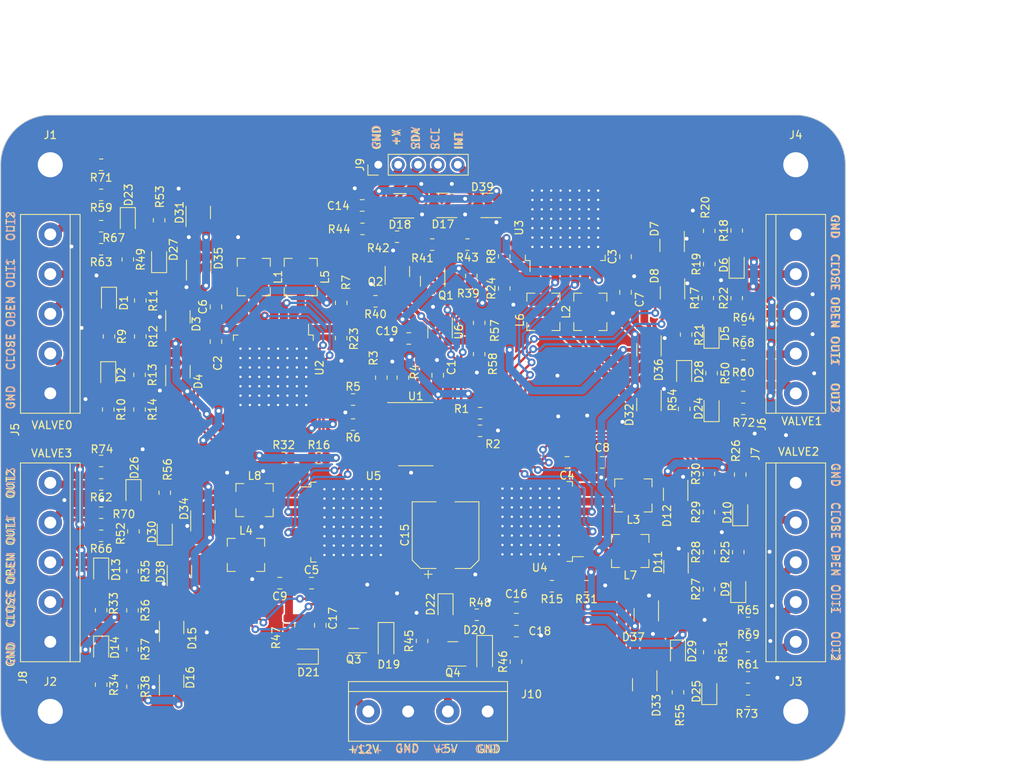
<source format=kicad_pcb>
(kicad_pcb (version 20221018) (generator pcbnew)
  (layers (0 "F.Cu" signal) (31 "B.Cu" signal) (34 "B.Paste" user) (35 "F.Paste" user) (36 "B.SilkS" user "B.Silkscreen") (37 "F.SilkS" user "F.Silkscreen") (38 "B.Mask" user) (39 "F.Mask" user) (44 "Edge.Cuts" user))
  (net 0 "")
  (net 1 "/I2CConnector/VI2C")
  (net 2 "GND")
  (net 3 "+5V")
  (net 4 "+12V")
  (net 5 "Net-(D17-A)")
  (net 6 "Net-(D18-A)")
  (net 7 "/I2CConnector/INT")
  (net 8 "Net-(D1-A)")
  (net 9 "Net-(D2-A)")
  (net 10 "/PCF8575/ServoValveConnection/DRV0")
  (net 11 "/PCF8575/ServoValveConnection/DRV1")
  (net 12 "/PCF8575/ServoValveConnection/END0")
  (net 13 "/PCF8575/ServoValveConnection/END1")
  (net 14 "/PCF8575/ServoValveConnection1/END1")
  (net 15 "/PCF8575/ServoValveConnection1/DRV1")
  (net 16 "/PCF8575/ServoValveConnection1/END0")
  (net 17 "/PCF8575/ServoValveConnection1/DRV0")
  (net 18 "/PCF8575/ServoValveConnection2/DRV0")
  (net 19 "/PCF8575/ServoValveConnection2/END0")
  (net 20 "/PCF8575/ServoValveConnection2/DRV1")
  (net 21 "/PCF8575/ServoValveConnection2/END1")
  (net 22 "/PCF8575/ServoValveConnection3/DRV0")
  (net 23 "/PCF8575/ServoValveConnection3/END0")
  (net 24 "/PCF8575/ServoValveConnection3/DRV1")
  (net 25 "/PCF8575/ServoValveConnection3/END1")
  (net 26 "Net-(D5-A)")
  (net 27 "Net-(D23-K)")
  (net 28 "Net-(D24-K)")
  (net 29 "Net-(D25-K)")
  (net 30 "Net-(D6-A)")
  (net 31 "Net-(D9-A)")
  (net 32 "/PCF8575/ServoValveConnection/DigitalPinIO2/Output")
  (net 33 "/PCF8575/ServoValveConnection/DigitalPinIO3/Output")
  (net 34 "/PCF8575/ServoValveConnection1/DigitalPinIO2/Output")
  (net 35 "/PCF8575/ServoValveConnection1/DigitalPinIO3/Output")
  (net 36 "/PCF8575/ServoValveConnection2/DigitalPinIO2/Output")
  (net 37 "/PCF8575/ServoValveConnection2/DigitalPinIO3/Output")
  (net 38 "/PCF8575/ServoValveConnection3/DigitalPinIO2/Output")
  (net 39 "/PCF8575/ServoValveConnection3/DigitalPinIO3/Output")
  (net 40 "Net-(D10-A)")
  (net 41 "Net-(D13-A)")
  (net 42 "Net-(D14-A)")
  (net 43 "Net-(D19-A)")
  (net 44 "Net-(D20-A)")
  (net 45 "Net-(D21-A)")
  (net 46 "Net-(D22-A)")
  (net 47 "Net-(D26-K)")
  (net 48 "Net-(D23-A)")
  (net 49 "Net-(D27-K)")
  (net 50 "Net-(D24-A)")
  (net 51 "Net-(D28-K)")
  (net 52 "Net-(D25-A)")
  (net 53 "Net-(D29-K)")
  (net 54 "Net-(D26-A)")
  (net 55 "Net-(D30-K)")
  (net 56 "Net-(D27-A)")
  (net 57 "Net-(D28-A)")
  (net 58 "Net-(D29-A)")
  (net 59 "Net-(D30-A)")
  (net 60 "Net-(J10-Pin_2)")
  (net 61 "Net-(J10-Pin_4)")
  (net 62 "/EEPROMI2C/SCL")
  (net 63 "/EEPROMI2C/SDA")
  (net 64 "/PCF8575/A0")
  (net 65 "/PCF8575/A1")
  (net 66 "/PCF8575/A2")
  (net 67 "Net-(U6-WP)")
  (net 68 "Net-(J5-Pin_4)")
  (net 69 "Net-(J5-Pin_5)")
  (net 70 "Net-(J6-Pin_4)")
  (net 71 "Net-(J6-Pin_5)")
  (net 72 "Net-(J7-Pin_4)")
  (net 73 "Net-(J7-Pin_5)")
  (net 74 "Net-(J8-Pin_4)")
  (net 75 "Net-(J8-Pin_5)")
  (net 76 "Net-(U2-V_{REF})")
  (net 77 "Net-(U3-V_{REF})")
  (net 78 "Net-(U4-V_{REF})")
  (net 79 "Net-(U5-V_{REF})")
  (net 80 "Net-(U2-OUT2)")
  (net 81 "Net-(U3-OUT2)")
  (net 82 "Net-(U4-OUT2)")
  (net 83 "Net-(U5-OUT2)")
  (net 84 "Net-(U2-OUT1)")
  (net 85 "Net-(U3-OUT1)")
  (net 86 "Net-(U4-OUT1)")
  (net 87 "Net-(U5-OUT1)")
  (footprint "Package_TO_SOT_SMD:Rohm_HRP7" (layer "F.Cu") (at 126.015 102.73 180)
    (fp_text reference "U4")
    (fp_text value "BD6222HFP")
  )
  (footprint "Resistor_SMD:R_0805_2012Metric" (layer "F.Cu") (at 97.825 94.61)
    (fp_text reference "R16")
    (fp_text value "1kΩ")
  )
  (footprint "Resistor_SMD:R_0805_2012Metric" (layer "F.Cu") (at 112.3 67.35)
    (fp_text reference "R41")
    (fp_text value "10kΩ")
  )
  (footprint "Resistor_SMD:R_0805_2012Metric" (layer "F.Cu") (at 70 95 180)
    (fp_text reference "R74")
    (fp_text value "10Ω")
  )
  (footprint "Resistor_SMD:R_0805_2012Metric" (layer "F.Cu") (at 151.2 65.565 90)
    (fp_text reference "R18")
    (fp_text value "1.2kΩ")
  )
  (footprint "Resistor_SMD:R_0805_2012Metric" (layer "F.Cu") (at 147.7 65.6 90)
    (fp_text reference "R20")
    (fp_text value "10kΩ")
  )
  (footprint "Resistor_SMD:R_0805_2012Metric" (layer "F.Cu") (at 147.65 111.4 90)
    (fp_text reference "R27")
    (fp_text value "500Ω")
  )
  (footprint "MountingHole:MountingHole_3.2mm_M3_DIN965_Pad" (layer "F.Cu") (at 63.5 127)
    (fp_text reference "J2")
    (fp_text value "M3")
  )
  (footprint "Resistor_SMD:R_0805_2012Metric" (layer "F.Cu") (at 70 65 180)
    (fp_text reference "R67")
    (fp_text value "10Ω")
  )
  (footprint "Package_TO_SOT_SMD:SOT-23-3" (layer "F.Cu") (at 83 102.1375 90)
    (fp_text reference "D34")
    (fp_text value "100V")
  )
  (footprint "Inductor_SMD:L_Bourns-SRN4018" (layer "F.Cu") (at 89.5 71.5 90)
    (fp_text reference "L1")
    (fp_text value "L")
  )
  (footprint "Package_TO_SOT_SMD:SOT-23-3" (layer "F.Cu") (at 143.4 99.2625 -90)
    (fp_text reference "D12")
    (fp_text value "100V")
  )
  (footprint "Resistor_SMD:R_0805_2012Metric" (layer "F.Cu") (at 70 123.5875 -90)
    (fp_text reference "R34")
    (fp_text value "1.2kΩ")
  )
  (footprint "Package_TO_SOT_SMD:SOT-23" (layer "F.Cu") (at 112.35 72.0375 -90)
    (fp_text reference "Q1")
    (fp_text value "Q_NMOS_GSD")
  )
  (footprint "Package_TO_SOT_SMD:SOT-23-3" (layer "F.Cu") (at 143 73.5125 -90)
    (fp_text reference "D8")
    (fp_text value "100V")
  )
  (footprint "Resistor_SMD:R_0805_2012Metric" (layer "F.Cu") (at 121.5 68.8625 90)
    (fp_text reference "R8")
    (fp_text value "1kΩ")
  )
  (footprint "Package_SO:TSSOP-24_4.4x7.8mm_P0.65mm" (layer "F.Cu") (at 110.1975 91.575)
    (fp_text reference "U1")
    (fp_text value "PCF8575")
  )
  (footprint "Resistor_SMD:R_0805_2012Metric" (layer "F.Cu") (at 152.0375 85.35)
    (fp_text reference "R60")
    (fp_text value "10Ω")
  )
  (footprint "LED_SMD:LED_0805_2012Metric" (layer "F.Cu") (at 77.405 69.25 90)
    (fp_text reference "D27")
    (fp_text value "LED")
  )
  (footprint "Capacitor_SMD:C_0805_2012Metric" (layer "F.Cu") (at 92.825 110.61 180)
    (fp_text reference "C9")
    (fp_text value "10uF")
  )
  (footprint "Resistor_SMD:R_0805_2012Metric" (layer "F.Cu") (at 147.65 101.5375 90)
    (fp_text reference "R29")
    (fp_text value "500Ω")
  )
  (footprint "Package_TO_SOT_SMD:Rohm_HRP7" (layer "F.Cu") (at 92 83.11 -90)
    (fp_text reference "U2")
    (fp_text value "BD6222HFP")
  )
  (footprint "Resistor_SMD:R_0805_2012Metric" (layer "F.Cu") (at 71 79.0875 -90)
    (fp_text reference "R9")
    (fp_text value "1.2kΩ")
  )
  (footprint "Package_TO_SOT_SMD:SOT-23" (layer "F.Cu") (at 107.85 70.7875 90)
    (fp_text reference "Q2")
    (fp_text value "Q_NMOS_GSD")
  )
  (footprint "Capacitor_SMD:C_0805_2012Metric" (layer "F.Cu") (at 109.3 79.35 180)
    (fp_text reference "C19")
    (fp_text value "1uF")
  )
  (footprint "Resistor_SMD:R_0805_2012Metric" (layer "F.Cu") (at 111 118 90)
    (fp_text reference "R45")
    (fp_text value "100kΩ")
  )
  (footprint "Resistor_SMD:R_0805_2012Metric" (layer "F.Cu") (at 102.1875 90.35 180)
    (fp_text reference "R6")
    (fp_text value "10kΩ")
  )
  (footprint "Package_TO_SOT_SMD:SOT-23" (layer "F.Cu") (at 114.9375 119.65 180)
    (fp_text reference "Q4")
    (fp_text value "Q_PMOS_GSD")
  )
  (footprint "Resistor_SMD:R_0805_2012Metric" (layer "F.Cu") (at 75 79.0875 -90)
    (fp_text reference "R12")
    (fp_text value "10kΩ")
  )
  (footprint "Capacitor_SMD:C_0805_2012Metric" (layer "F.Cu") (at 137 68.9 90)
    (fp_text reference "C3")
    (fp_text value "1uF")
  )
  (footprint "Package_TO_SOT_SMD:SOT-23" (layer "F.Cu") (at 102.2625 117.95 180)
    (fp_text reference "Q3")
    (fp_text value "Q_PMOS_GSD")
  )
  (footprint "MountingHole:MountingHole_3.2mm_M3_DIN965_Pad" (layer "F.Cu") (at 63.5 57.15)
    (fp_text reference "J1")
    (fp_text value "M3")
  )
  (footprint "Package_TO_SOT_SMD:SOT-23-5" (layer "F.Cu") (at 113.3 78.4875 -90)
    (fp_text reference "U6")
    (fp_text value "24FC01T-I/OT")
  )
  (footprint "Resistor_SMD:R_0805_2012Metric" (layer "F.Cu") (at 74 123.8375 -90)
    (fp_text reference "R38")
    (fp_text value "10kΩ")
  )
  (footprint "Package_TO_SOT_SMD:SOT-23-3" (layer "F.Cu") (at 108.1625 62.4 180)
    (fp_text reference "D18")
    (fp_text value "100V")
  )
  (footprint "Resistor_SMD:R_0805_2012Metric" (layer "F.Cu") (at 77.405 64.25 90)
    (fp_text reference "R53")
    (fp_text value "1.2kΩ")
  )
  (footprint "Resistor_SMD:R_0805_2012Metric" (layer "F.Cu") (at 118.3 77.35 90)
    (fp_text reference "R57")
    (fp_text value "10kΩ")
  )
  (footprint "Capacitor_SMD:C_0805_2012Metric" (layer "F.Cu") (at 123.05 116.7375 180)
    (fp_text reference "C18")
    (fp_text value "1uF")
  )
  (footprint "Resistor_SMD:R_0805_2012Metric" (layer "F.Cu") (at 105.05 74.6 180)
    (fp_text reference "R40")
    (fp_text value "10kΩ")
  )
  (footprint "Resistor_SMD:R_0805_2012Metric" (layer "F.Cu") (at 116.8 67.35 180)
    (fp_text reference "R43")
    (fp_text value "10kΩ")
  )
  (footprint "Resistor_SMD:R_0805_2012Metric" (layer "F.Cu") (at 70 114.0625 -90)
    (fp_text reference "R33")
    (fp_text value "1.2kΩ")
  )
  (footprint "Resistor_SMD:R_0805_2012Metric" (layer "F.Cu") (at 78.125 99.0625 90)
    (fp_text reference "R56")
    (fp_text value "1.2kΩ")
  )
  (footprint "Resistor_SMD:R_0805_2012Metric" (layer "F.Cu") (at 151.4 106.65 90)
    (fp_text reference "R25")
    (fp_text value "1.2kΩ")
  )
  (footprint "Capacitor_SMD:C_0805_2012Metric" (layer "F.Cu") (at 137 73.45 90)
    (fp_text reference "C7")
    (fp_text value "10uF")
  )
  (footprint "Diode_SMD:D_SOD-123" (layer "F.Cu") (at 119 119.65 -90)
    (fp_text reference "D20")
    (fp_text value "10V")
  )
  (footprint "Resistor_SMD:R_0805_2012Metric" (layer "F.Cu") (at 152.65 115.7)
    (fp_text reference "R65")
    (fp_text value "10Ω")
  )
  (footprint "LED_SMD:LED_0805_2012Metric" (layer "F.Cu") (at 70.905 84 -90)
    (fp_text reference "D2")
    (fp_text value "LED")
  )
  (footprint "Inductor_SMD:L_Bourns-SRN4018" (layer "F.Cu") (at 126.5 75.95 -90)
    (fp_text reference "L6")
    (fp_text value "L")
  )
  (footprint "Resistor_SMD:R_0805_2012Metric" (layer "F.Cu") (at 123 120.65 90)
    (fp_text reference "R46")
    (fp_text value "100kΩ")
  )
  (footprint "MountingHole:MountingHole_3.2mm_M3_DIN965_Pad" (layer "F.Cu") (at 158.75 57.15)
    (fp_text reference "J4")
    (fp_text value "M3")
  )
  (footprint "Resistor_SMD:R_0805_2012Metric" (layer "F.Cu") (at 74.905 88.425 -90)
    (fp_text reference "R14")
    (fp_text value "10kΩ")
  )
  (footprint "Capacitor_SMD:C_0805_2012Metric" (layer "F.Cu") (at 103.35 62.35 180)
    (fp_text reference "C14")
    (fp_text value "1uF")
  )
  (footprint "Resistor_SMD:R_0805_2012Metric" (layer "F.Cu") (at 73.405 69.25 -90)
    (fp_text reference "R49")
    (fp_text value "1.2kΩ")
  )
  (footprint "Package_TO_SOT_SMD:SOT-23-3" (layer "F.Cu") (at 139.45 123.5875 -90)
    (fp_text reference "D33")
    (fp_text value "100V")
  )
  (footprint "Resistor_SMD:R_0805_2012Metric" (layer "F.Cu") (at 93.325 94.61)
    (fp_text reference "R32")
    (fp_text value "100kΩ")
  )
  (footprint "Capacitor_SMD:C_0805_2012Metric" (layer "F.Cu") (at 96.875 110.61)
    (fp_text reference "C5")
    (fp_text value "1uF")
  )
  (footprint "Resistor_SMD:R_0805_2012Metric" (layer "F.Cu") (at 147.5 74.2 90)
    (fp_text reference "R17")
    (fp_text value "1.2kΩ")
  )
  (footprint "LED_SMD:LED_0805_2012Metric" (layer "F.Cu") (at 144.49 83.85 -90)
    (fp_text reference "D28")
    (fp_text value "LED")
  )
  (footprint "LED_SMD:LED_0805_2012Metric" (layer "F.Cu") (at 70 119.0625 -90)
    (fp_text reference "D14")
    (fp_text value "LED")
  )
  (footprint "Package_TO_SOT_SMD:Rohm_HRP7" (layer "F.Cu") (at 100.985 102.81)
    (fp_text reference "U5")
    (fp_text value "BD6222HFP")
  )
  (footprint "Resistor_SMD:R_0805_2012Metric" (layer "F.Cu") (at 152.0375 88.35)
    (fp_text reference "R72")
    (fp_text value "10Ω")
  )
  (footprint "Resistor_SMD:R_0805_2012Metric" (layer "F.Cu") (at 118.4125 91.15)
    (fp_text reference "R2")
    (fp_text value "10kΩ")
  )
  (footprint "Resistor_SMD:R_0805_2012Metric" (layer "F.Cu") (at 132 111 180)
    (fp_text reference "R31")
    (fp_text value "100kΩ")
  )
  (footprint "Package_TO_SOT_SMD:SOT-23-3" (layer "F.Cu") (at 79 116.275 90)
    (fp_text reference "D15")
    (fp_text value "100V")
  )
  (footprint "TerminalBlock:TerminalBlock_bornier-5_P5.08mm" (layer "F.Cu") (at 158.75 97.79 -90)
    (fp_text reference "J7")
    (fp_text value "Valve")
  )
  (footprint "LED_SMD:LED_0805_2012Metric" (layer "F.Cu") (at 96.0625 120 180)
    (fp_text reference "D21")
    (fp_text value "LED")
  )
  (footprint "LED_SMD:LED_0805_2012Metric" (layer "F.Cu") (at 73.405 64.3125 -90)
    (fp_text reference "D23")
    (fp_text value "LED")
  )
  (footprint "Resistor_SMD:R_0805_2012Metric" (layer "F.Cu") (at 75 74.4875 -90)
    (fp_text reference "R11")
    (fp_text value "500Ω")
  )
  (footprint "Resistor_SMD:R_0805_2012Metric" (layer "F.Cu") (at 118 114.65)
    (fp_text reference "R48")
    (fp_text value "500Ω")
  )
  (footprint "Package_TO_SOT_SMD:Rohm_HRP7" (layer "F.Cu") (at 129.3 65.19 90)
    (fp_text reference "U3")
    (fp_text value "BD6222HFP")
  )
  (footprint "Resistor_SMD:R_0805_2012Metric" (layer "F.Cu") (at 151.65 96.7375 90)
    (fp_text reference "R26")
    (fp_text value "1.2kΩ")
  )
  (footprint "Package_TO_SOT_SMD:SOT-23-3" (layer "F.Cu") (at 79 123.1375 90)
    (fp_text reference "D16")
    (fp_text value "100V")
  )
  (footprint "Capacitor_SMD:C_0805_2012Metric" (layer "F.Cu") (at 134.02 95.18 180)
    (fp_text reference "C8")
    (fp_text value "10uF")
  )
  (footprint "Resistor_SMD:R_0805_2012Metric" (layer "F.Cu") (at 147.65 96.65 90)
    (fp_text reference "R30")
    (fp_text value "10kΩ")
  )
  (footprint "TerminalBlock:TerminalBlock_bornier-4_P5.08mm" (layer "F.Cu") (at 119.38 127 180)
    (fp_text reference "J10")
    (fp_text value "VInput")
  )
  (footprint "Resistor_SMD:R_0805_2012Metric" (layer "F.Cu") (at 127.5875 111 180)
    (fp_text reference "R15")
    (fp_text value "1kΩ")
  )
  (footprint "Capacitor_SMD:C_0805_2012Metric" (layer "F.Cu") (at 84.67 79.75 -90)
    (fp_text reference "C2")
    (fp_text value "1uF")
  )
  (footprint "TerminalBlock:TerminalBlock_bornier-5_P5.08mm" (layer "F.Cu") (at 63.5 86.36 90)
    (fp_text reference "J5")
    (fp_text value "Valve")
  )
  (footprint "MountingHole:MountingHole_3.2mm_M3_DIN965_Pad" (layer "F.Cu") (at 158.75 127)
    (fp_text reference "J3")
    (fp_text value "M3")
  )
  (footprint "Package_TO_SOT_SMD:SOT-23-3" (layer "F.Cu") (at 79.81 83.5875 90)
    (fp_text reference "D4")
    (fp_text value "100V")
  )
  (footprint "TerminalBlock:TerminalBlock_bornier-5_P5.08mm" (layer "F.Cu") (at 63.5 118.11 90)
    (fp_text reference "J8")
    (fp_text value "Valve")
  )
  (footprint "Resistor_SMD:R_0805_2012Metric" (layer "F.Cu") (at 74.125 104 -90)
    (fp_text reference "R52")
    (fp_text value "1.2kΩ")
  )
  (footprint "Resistor_SMD:R_0805_2012Metric" (layer "F.Cu") (at 74 119.0875 -90)
    (fp_text reference "R37")
    (fp_text value "500Ω")
  )
  (footprint "Resistor_SMD:R_0805_2012Metric" (layer "F.Cu") (at 118.3 81.35 90)
    (fp_text reference "R58")
    (fp_text value "10kΩ")
  )
  (footprint "Resistor_SMD:R_0805_2012Metric" (layer "F.Cu") (at 103.3875 65.35 180)
    (fp_text reference "R44")
    (fp_text value "NS")
  )
  (footprint "Package_TO_SOT_SMD:SOT-23-3" (layer "F.Cu") (at 82.405 63.25 90)
    (fp_text reference "D31")
    (fp_text value "100V")
  )
  (footprint "Resistor_SMD:R_0805_2012Metric" (layer "F.Cu") (at 144.74 78.85 -90)
    (fp_text reference "R21")
    (fp_text value "500Ω")
  )
  (footprint "LED_SMD:LED_0805_2012Metric" (layer "F.Cu") (at 151.2 69.965 90)
    (fp_text reference "D6")
    (fp_text value "LED")
  )
  (footprint "Package_TO_SOT_SMD:SOT-23-3" (layer "F.Cu") (at 113.6625 62.35 180)
    (fp_text reference "D17")
    (fp_text value "100V")
  )
  (footprint "Inductor_SMD:L_Bourns-SRN4018" (layer "F.Cu") (at 132.5 75.95 -90)
    (fp_text reference "L2")
    (fp_text value "L")
  )
  (footprint "Resistor_SMD:R_0805_2012Metric" (layer "F.Cu") (at 100.67 74.8 90)
    (fp_text reference "R7")
    (fp_text value "1kΩ")
  )
  (footprint "Resistor_SMD:R_0805_2012Metric" (layer "F.Cu") (at 152.65 122.65)
    (fp_text reference "R61")
    (fp_text value "10Ω")
  )
  (footprint "Resistor_SMD:R_0805_2012Metric" (layer "F.Cu") (at 152.65 125.65)
    (fp_text reference "R73")
    (fp_text value "10Ω")
  )
  (footprint "LED_SMD:LED_0805_2012Metric" (layer "F.Cu") (at 151.65 101.5875 90)
    (fp_text reference "D10")
    (fp_text value "LED")
  )
  (footprint "LED_SMD:LED_0805_2012Metric" (layer "F.Cu") (at 147.99 78.9125 90)
    (fp_text reference "D5")
    (fp_text value "LED")
  )
  (footprint "Resistor_SMD:R_0805_2012Metric" (layer "F.Cu") (at 74 114.0875 -90)
    (fp_text reference "R36")
    (fp_text value "10kΩ")
  )
  (footprint "Resistor_SMD:R_0805_2012Metric" (layer "F.Cu") (at 70 61 180)
    (fp_text reference "R59")
    (fp_text value "10Ω")
  )
  (footprint "Resistor_SMD:R_0805_2012Metric" (layer "F.Cu") (at 74 109.0875 -90)
    (fp_text reference "R35")
    (fp_text value "500Ω")
  )
  (footprint "Resistor_SMD:R_0805_2012Metric" (layer "F.Cu") (at 102.1875 87.15)
    (fp_text reference "R5")
    (fp_text value "10kΩ")
  )
  (footprint "Resistor_SMD:R_0805_2012Metric" (layer "F.Cu") (at 147.99 83.7875 90)
    (fp_text reference "R50")
    (fp_text value "1.2kΩ")
  )
  (footprint "LED_SMD:LED_0805_2012Metric" (layer "F.Cu") (at 151.4 111.4 90)
    (fp_text reference "D9")
    (fp_text value "LED")
  )
  (footprint "Package_TO_SOT_SMD:SOT-23-3" (layer "F.Cu") (at 80 109.1375 90)
    (fp_text reference "D38")
    (fp_text value "100V")
  )
  (footprint "Capacitor_SMD:C_0805_2012Metric" (layer "F.Cu") (at 129.52 95.18 180)
    (fp_text reference "C4")
    (fp_text value "1uF")
  )
  (footprint "Resistor_SMD:R_0805_2012Metric" (layer "F.Cu") (at 147.7 119.4375 90)
    (fp_text reference "R51")
    (fp_text value "1.2kΩ")
  )
  (footprint "Resistor_SMD:R_0805_2012Metric" (layer "F.Cu") (at 70.905 88.425 -90)
    (fp_text reference "R10")
    (fp_text value "1.2kΩ")
  )
  (footprint "Capacitor_SMD:CP_Elec_8x11.9" (layer "F.Cu") (at 114 104.475 90)
    (fp_text reference "C15")
    (fp_text value "100uF")
  )
  (footprint "Package_TO_SOT_SMD:SOT-23-3" (layer "F.Cu") (at 82.455 70.1125 90)
    (fp_text reference "D35")
    (fp_text value "100V")
  )
  (footprint "Resistor_SMD:R_0805_2012Metric" (layer "F.Cu") (at 151.2 74.2 90)
    (fp_text reference "R22")
    (fp_text value "10kΩ")
  )
  (footprint "Package_TO_SOT_SMD:SOT-23-3" (layer "F.Cu") (at 119.3 62.35 180)
    (fp_text reference "D39")
    (fp_text value "100V")
  )
  (footprint "Package_TO_SOT_SMD:SOT-23-3" (layer "F.Cu") (at 142.95 67.4625 -90)
    (fp_text reference "D7")
    (fp_text value "100V")
  )
  (footprint "LED_SMD:LED_0805_2012Metric" (layer "F.Cu") (at 74.125 99.0625 -90)
    (fp_text reference "D26")
    (fp_text value "LED")
  )
  (footprint "Package_TO_SOT_SMD:SOT-23-3" (layer "F.Cu") (at 143.45 108.5375 -90)
    (fp_text reference "D11")
    (fp_text value "100V")
  )
  (footprint "LED_SMD:LED_0805_2012Metric" (layer "F.Cu") (at 114 113.65 -90)
    (fp_text reference "D22")
    (fp_text value "LED")
  )
  (footprint "Capacitor_SMD:C_0805_2012Metric" (layer "F.Cu") (at 98 116 -90)
    (fp_text reference "C17")
    (fp_text value "1uF")
  )
  (footprint "Resistor_SMD:R_0805_2012Metric" (layer "F.Cu") (at 152.65 118.65)
    (fp_text reference "R69")
    (fp_text value "10Ω")
  )
  (footprint "Resistor_SMD:R_0805_2012Metric" (layer "F.Cu") (at 143.7 124.5625 -90)
    (fp_text reference "R55")
    (fp_text value "1.2kΩ")
  )
  (footprint "Resistor_SMD:R_0805_2012Metric" (layer "F.Cu") (at 100.67 79.3 90)
    (fp_text reference "R23")
    (fp_text value "100kΩ")
  )
  (footprint "Resistor_SMD:R_0805_2012Metric" (layer "F.Cu") (at 144.49 88.35 -90)
    (fp_text reference "R54")
    (fp_text value "1.2kΩ")
  )
  (footprint "LED_SMD:LED_0805_2012Metric" (layer "F.Cu") (at 147.7 124.4375 90)
    (fp_text reference "D25")
    (fp_text value "LED")
  )
  (footprint "TerminalBlock:TerminalBlock_bornier-5_P5.08mm" (layer "F.Cu") (at 158.75 66.04 -90)
    (fp_text reference "J6")
    (fp_text value "Valve")
  )
  (footprint "Resistor_SMD:R_0805_2012Metric" (layer "F.Cu") (at 107.8 66.35 180)
    (fp_text reference "R42")
    (fp_text value "10kΩ")
  )
  (footprint "Diode_SMD:D_SOD-123" (layer "F.Cu") (at 106.4 118 -90)
    (fp_text reference "D19")
    (fp_text value "10V")
  )
  (footprint "Package_TO_SOT_SMD:SOT-23-3" (layer "F.Cu") (at 79.81 76.5875 90)
    (fp_text reference "D3")
    (fp_text value "100V")
  )
  (footprint "LED_SMD:LED_0805_2012Metric" (layer "F.Cu") (at 143.7 119.5625 -90)
    (fp_text reference "D29")
    (fp_text value "LED")
  )
  (footprint "Connector_PinHeader_2.54mm:PinHeader_1x05_P2.54mm_Vertical" (layer "F.Cu") (at 105.41 57.15 90)
    (fp_text reference "J9")
    (fp_text value "I2C")
  )
  (footprint "Resistor_SMD:R_0805_2012Metric" (layer "F.Cu") (at 118.4125 88.9 180)
    (fp_text reference "R1")
    (fp_text value "10kΩ")
  )
  (footprint "Capacitor_SMD:C_0805_2012Metric" (layer "F.Cu") (at 113 84.05 90)
    (fp_text reference "C1")
    (fp_text value "1uF")
  )
  (footprint "Inductor_SMD:L_Bourns-SRN4018" (layer "F.Cu") (at 88.5 107 180)
    (fp_text reference "L4")
    (fp_text value "L")
  )
  (footprint "Resistor_SMD:R_0805_2012Metric" (layer "F.Cu") (at 147.7 69.8525 90)
    (fp_text reference "R19")
    (fp_text value "500Ω")
  )
  (footprint "Resistor_SMD:R_0805_2012Metric" (layer "F.Cu") (at 152.125 78.35)
    (fp_text reference "R64")
    (fp_text value "10Ω")
  )
  (footprint "Resistor_SMD:R_0805_2012Metric" (layer "F.Cu") (at 105.8 84.35 -90)
    (fp_text reference "R3")
    (fp_text value "10kΩ")
  )
  (footprint "Package_TO_SOT_SMD:SOT-23-3" (layer "F.Cu") (at 139.99 80.7875 -90)
    (fp_text reference "D36")
    (fp_text value "100V")
  )
  (footprint "Resistor_SMD:R_0805_2012Metric" (layer "F.Cu") (at 121.5 72.95 90)
    (fp_text reference "R24")
    (fp_text value "100kΩ")
  )
  (footprint "LED_SMD:LED_0805_2012Metric" (layer "F.Cu") (at 70 109.0875 -90)
    (fp_text reference "D13")
    (fp_text value "LED")
  )
  (footprint "Resistor_SMD:R_0805_2012Metric" (layer "F.Cu") (at 70 57.15 180)
    (fp_text reference "R71")
    (fp_text value "10Ω")
  )
  (footprint "Resistor_SMD:R_0805_2012Metric" (layer "F.Cu") (at 152.0375 81.35)
    (fp_text reference "R68")
    (fp_text value "10Ω")
  )
  (footprint "Package_TO_SOT_SMD:SOT-23-3" (layer "F.Cu") (at 139.65 114.65 -90)
    (fp_text reference "D37")
    (fp_text value "100V")
  )
  (footprint "Resistor_SMD:R_0805_2012Metric" (layer "F.Cu") (at 70 67.95 180)
    (fp_text reference "R63")
    (fp_text value "10Ω")
  )
  (footprint "Resistor_SMD:R_0805_2012Metric" (layer "F.Cu") (at 70 101.6125 180)
    (fp_text reference "R70")
    (fp_text value "10Ω")
  )
  (footprint "LED_SMD:LED_0805_2012Metric" (layer "F.Cu") (at 147.99 88.2875 90)
    (fp_text reference "D24")
    (fp_text value "LED")
  )
  (footprint "Inductor_SMD:L_Bourns-SRN4018" (layer "F.Cu") (at 95.5 71.5 90)
    (fp_text reference "L5")
    (fp_text value "L")
  )
  (footprint "LED_SMD:LED_0805_2012Metric" (layer "F.Cu") (at 78.125 104.0625 90)
    (fp_text reference "D30")
    (fp_text value "LED")
  )
  (footprint "Resistor_SMD:R_0805_2012Metric" (layer "F.Cu") (at 117.3 71.35 90)
    (fp_text reference "R39")
    (fp_text value "10kΩ")
  )
  (footprint "Resistor_SMD:R_0805_2012Metric" (layer "F.Cu") (at 70 104.5625 180)
    (fp_text reference "R66")
    (fp_text value "10Ω")
  )
  (footprint "Resistor_SMD:R_0805_2012Metric" (layer "F.Cu") (at 94 116 90)
    (fp_text reference "R47")
    (fp_text value "1.2kΩ")
  )
  (footprint "Resistor_SMD:R_0805_2012Metric" (layer "F.Cu") (at 147.65 106.65 90)
    (fp_text reference "R28")
    (fp_text value "10kΩ")
  )
  (footprint "Resistor_SMD:R_0805_2012Metric" (layer "F.Cu") (at 108.55 84.35 90)
    (fp_text reference "R4")
    (fp_text value "10kΩ")
  )
  (footprint "Package_TO_SOT_SMD:SOT-23-3" (layer "F.Cu") (at 139.99 87.7875 -90)
    (fp_text reference "D32")
    (fp_text value "100V")
  )
  (footprint "Capacitor_SMD:C_0805_2012Metric" (layer "F.Cu") (at 123.05 113.7375 180)
    (fp_text reference "C16")
    (fp_text value "10uF")
  )
  (footprint "Inductor_SMD:L_Bourns-SRN4018" (layer "F.Cu") (at 89.6 100 180)
    (fp_text reference "L8")
    (fp_text value "L")
  )
  (footprint "Capacitor_SMD:C_0805_2012Metric" (layer "F.Cu") (at 84.67 75.3 90)
    (fp_text reference "C6")
    (fp_text value "10uF")
  )
  (footprint "Resistor_SMD:R_0805_2012Metric" (layer "F.Cu") (at 70 98 180)
    (fp_text reference "R62")
    (fp_text value "10Ω")
  )
  (footprint "LED_SMD:LED_0805_2012Metric" (layer "F.Cu") (at 71 74.4875 -90)
    (fp_text reference "D1")
    (fp_text value "LED")
  )
  (footprint "Resistor_SMD:R_0805_2012Metric" (layer "F.Cu") (at 74.905 84 -90)
    (fp_text reference "R13")
    (fp_text value "500Ω")
  )
  (footprint "Inductor_SMD:L_Bourns-SRN4018" (layer "F.Cu") (at 138 99.4)
    (fp_text reference "L3")
    (fp_text value "L")
  )
  (footprint "Inductor_SMD:L_Bourns-SRN4018" (layer "F.Cu") (at 137.6 106.5)
    (fp_text reference "L7")
    (fp_text value "L")
  )
  (gr_line (start 57.15 127) (end 57.15 57.15) (stroke (width 0.1)) (layer "Edge.Cuts"))
  (gr_arc (start 63.5 133.35) (mid 59.009872 131.490128) (end 57.15 127) (stroke (width 0.1)) (layer "Edge.Cuts"))
  (gr_line (start 165.1 57.15) (end 165.1 127) (stroke (width 0.1)) (layer "Edge.Cuts"))
  (gr_arc (start 165.1 127) (mid 163.240128 131.490128) (end 158.75 133.35) (stroke (width 0.1)) (layer "Edge.Cuts"))
  (gr_arc (start 57.15 57.15) (mid 59.009872 52.659872) (end 63.5 50.8) (stroke (width 0.1)) (layer "Edge.Cuts"))
  (gr_line (start 158.75 133.35) (end 63.5 133.35) (stroke (width 0.1)) (layer "Edge.Cuts"))
  (gr_line (start 63.5 50.8) (end 158.75 50.8) (stroke (width 0.1)) (layer "Edge.Cuts"))
  (gr_arc (start 158.75 50.8) (mid 163.240128 52.659872) (end 165.1 57.15) (stroke (width 0.1)) (layer "Edge.Cuts"))
  (gr_text "CLOSE" (at 57.825 116.2 -90) (layer "B.SilkS") (effects (font (size 1 1)) (justify left bottom mirror)))
  (gr_text "GND" (at 164.4 63.5 90) (layer "B.SilkS") (effects (font (size 1 1)) (justify left bottom mirror)))
  (gr_text "GND" (at 57.825 121.2 -90) (layer "B.SilkS") (effects (font (size 1 1)) (justify left bottom mirror)))
  (gr_text "GND" (at 120.9 132.4) (layer "B.SilkS") (effects (font (size 1 1)) (justify left bottom mirror)))
  (gr_text "+5V" (at 115.6 132.4) (layer "B.SilkS") (effects (font (size 1 1)) (justify left bottom mirror)))
  (gr_text "INT" (at 115 55.2 -90) (layer "B.SilkS") (effects (font (size 1 1)) (justify left bottom mirror)))
  (gr_text "OPEN" (at 164.4 74 90) (layer "B.SilkS") (effects (font (size 1 1)) (justify left bottom mirror)))
  (gr_text "OUT2" (at 164.575 116.65 90) (layer "B.SilkS") (effects (font (size 1 1)) (justify left bottom mirror)))
  (gr_text "SDA" (at 109.5 55.2 -90) (layer "B.SilkS") (effects (font (size 1 1)) (justify left bottom mirror)))
  (gr_text "OPEN" (at 164.575 105.65 90) (layer "B.SilkS") (effects (font (size 1 1)) (justify left bottom mirror)))
  (gr_text "GND" (at 164.575 95.15 90) (layer "B.SilkS") (effects (font (size 1 1)) (justify left bottom mirror)))
  (gr_text "OUT1" (at 57.825 73 -90) (layer "B.SilkS") (effects (font (size 1 1)) (justify left bottom mirror)))
  (gr_text "GND" (at 57.825 88.5 -90) (layer "B.SilkS") (effects (font (size 1 1)) (justify left bottom mirror)))
  (gr_text "OUT2" (at 57.825 99.7 -90) (layer "B.SilkS") (effects (font (size 1 1)) (justify left bottom mirror)))
  (gr_text "GND" (at 104.5 55.2 270) (layer "B.SilkS") (effects (font (size 1 1)) (justify left bottom mirror)))
  (gr_text "CLOSE" (at 57.825 83.5 -90) (layer "B.SilkS") (effects (font (size 1 1)) (justify left bottom mirror)))
  (gr_text "CLOSE" (at 164.575 100.15 90) (layer "B.SilkS") (effects (font (size 1 1)) (justify left bottom mirror)))
  (gr_text "+V" (at 107.1 54.8 -90) (layer "B.SilkS") (effects (font (size 1 1)) (justify left bottom mirror)))
  (gr_text "OUT2" (at 164.4 85 90) (layer "B.SilkS") (effects (font (size 1 1)) (justify left bottom mirror)))
  (gr_text "GND" (at 110.7 132.4) (layer "B.SilkS") (effects (font (size 1 1)) (justify left bottom mirror)))
  (gr_text "OPEN" (at 57.825 78 -90) (layer "B.SilkS") (effects (font (size 1 1)) (justify left bottom mirror)))
  (gr_text "OUT1" (at 164.4 79 90) (layer "B.SilkS") (effects (font (size 1 1)) (justify left bottom mirror)))
  (gr_text "+12V" (at 106.1 132.5) (layer "B.SilkS") (effects (font (size 1 1)) (justify left bottom mirror)))
  (gr_text "OUT1" (at 164.575 110.65 90) (layer "B.SilkS") (effects (font (size 1 1)) (justify left bottom mirror)))
  (gr_text "OUT2" (at 57.825 67 -90) (layer "B.SilkS") (effects (font (size 1 1)) (justify left bottom mirror)))
  (gr_text "OPEN" (at 57.825 110.7 -90) (layer "B.SilkS") (effects (font (size 1 1)) (justify left bottom mirror)))
  (gr_text "CLOSE" (at 164.4 68.5 90) (layer "B.SilkS") (effects (font (size 1 1)) (justify left bottom mirror)))
  (gr_text "SCL" (at 112 55.3 -90) (layer "B.SilkS") (effects (font (size 1 1)) (justify left bottom mirror)))
  (gr_text "OUT1" (at 57.825 105.7 -90) (layer "B.SilkS") (effects (font (size 1 1)) (justify left bottom mirror)))
  (gr_text "OUT2" (at 163.2 116.65 -90) (layer "F.SilkS") (effects (font (size 1 1)) (justify left bottom)))
  (gr_text "GND" (at 107.5 132.3) (layer "F.SilkS") (effects (font (size 1 1)) (justify left bottom)))
  (gr_text "GND" (at 59 88.5 90) (layer "F.SilkS") (effects (font (size 1 1)) (justify left bottom)))
  (gr_text "GND" (at 105.8 55.35 90) (layer "F.SilkS") (effects (font (size 1 1)) (justify left bottom)))
  (gr_text "OPEN" (at 163.2 105.65 -90) (layer "F.SilkS") (effects (font (size 1 1)) (justify left bottom)))
  (gr_text "OUT2" (at 59 67 90) (layer "F.SilkS") (effects (font (size 1 1)) (justify left bottom)))
  (gr_text "OUT1" (at 163.2 78.9 -90) (layer "F.SilkS") (effects (font (size 1 1)) (justify left bottom)))
  (gr_text "GND" (at 163.2 63.4 -90) (layer "F.SilkS") (effects (font (size 1 1)) (justify left bottom)))
  (gr_text "SDA" (at 110.8 55.35 90) (layer "F.SilkS") (effects (font (size 1 1)) (justify left bottom)))
  (gr_text "INT" (at 116.3 55.35 90) (layer "F.SilkS") (effects (font (size 1 1)) (justify left bottom)))
  (gr_text "OPEN" (at 163.2 73.9 -90) (layer "F.SilkS") (effects (font (size 1 1)) (justify left bottom)))
  (gr_text "SCL" (at 113.3 55.35 90) (layer "F.SilkS") (effects (font (size 1 1)) (justify left bottom)))
  (gr_text "GND" (at 163.2 95.15 -90) (layer "F.SilkS") (effects (font (size 1 1)) (justify left bottom)))
  (gr_text "OUT2" (at 59 99.92 90) (layer "F.SilkS") (effects (font (size 1 1)) (justify left bottom)))
  (gr_text "OUT1" (at 163.2 110.65 -90) (layer "F.SilkS") (effects (font (size 1 1)) (justify left bottom)))
  (gr_text "OPEN" (at 59 110.92 90) (layer "F.SilkS") (effects (font (size 1 1)) (justify left bottom)))
  (gr_text "VALVE3" (at 60.95 94.6) (layer "F.SilkS") (effects (font (size 1 1)) (justify left bottom)))
  (gr_text "VALVE2" (at 156.4 94.4) (layer "F.SilkS") (effects (font (size 1 1)) (justify left bottom)))
  (gr_text "OUT1" (at 59 73 90) (layer "F.SilkS") (effects (font (size 1 1)) (justify left bottom)))
  (gr_text "CLOSE" (at 59 83.5 90) (layer "F.SilkS") (effects (font (size 1 1)) (justify left bottom)))
  (gr_text "GND" (at 117.9 132.4) (layer "F.SilkS") (effects (font (size 1 1)) (justify left bottom)))
  (gr_text "OPEN" (at 59 78 90) (layer "F.SilkS") (effects (font (size 1 1)) (justify left bottom)))
  (gr_text "+5V" (at 112.4 132.35) (layer "F.SilkS") (effects (font (size 1 1)) (justify left bottom)))
  (gr_text "OUT1" (at 59 105.92 90) (layer "F.SilkS") (effects (font (size 1 1)) (justify left bottom)))
  (gr_text "OUT2" (at 163.2 84.9 -90) (layer "F.SilkS") (effects (font (size 1 1)) (justify left bottom)))
  (gr_text "+12V" (at 101.4 132.4) (layer "F.SilkS") (effects (font (size 1 1)) (justify left bottom)))
  (gr_text "GND" (at 59 121.42 90) (layer "F.SilkS") (effects (font (size 1 1)) (justify left bottom)))
  (gr_text "CLOSE" (at 59 116.42 90) (layer "F.SilkS") (effects (font (size 1 1)) (justify left bottom)))
  (gr_text "VALVE0" (at 61 91) (layer "F.SilkS") (effects (font (size 1 1)) (justify left bottom)))
  (gr_text "CLOSE" (at 163.2 68.4 -90) (layer "F.SilkS") (effects (font (size 1 1)) (justify left bottom)))
  (gr_text "+V" (at 108.3 54.85 90) (layer "F.SilkS") (effects (font (size 1 1)) (justify left bottom)))
  (gr_text "CLOSE" (at 163.2 100.15 -90) (layer "F.SilkS") (effects (font (size 1 1)) (justify left bottom)))
  (gr_text "VALVE1" (at 156.8 90.5) (layer "F.SilkS") (effects (font (size 1 1)) (justify left bottom)))
  (segment (start 106.8875 66.35) (end 105.6 67.6375) (width 1) (layer "F.Cu") (net 1))
  (segment (start 105.6 70.8) (end 106.525 71.725) (width 1) (layer "F.Cu") (net 1))
  (segment (start 113.2125 67.35) (end 113.2125 71.0125) (width 1) (layer "F.Cu") (net 1))
  (segment (start 105.6 67.6375) (end 105.6 70.8) (width 1) (layer "F.Cu") (net 1))
  (segment (start 113.2125 71.0125) (end 113.3 71.1) (width 1) (layer "F.Cu") (net 1))
  (segment (start 106.5375 66) (end 106.8875 66.35) (width 1) (layer "F.Cu") (net 1))
  (segment (start 111 61.5) (end 109.35 61.5) (width 1) (layer "F.Cu") (net 1))
  (segment (start 104.95 66) (end 106.5375 66) (width 1) (layer "F.Cu") (net 1))
  (segment (start 107.95 58.05) (end 105.5 60.5) (width 1) (layer "F.Cu") (net 1))
  (segment (start 104.3 62.35) (end 104.3 65.35) (width 1) (layer "F.Cu") (net 1))
  (segment (start 105.5 60.5) (end 104.3 61.7) (width 1) (layer "F.Cu") (net 1))
  (segment (start 120.5 61.3375) (end 120.4375 61.4) (width 1) (layer "F.Cu") (net 1))
  (segment (start 104.3 61.7) (end 104.3 62.35) (width 1) (layer "F.Cu") (net 1))
  (segment (start 107.95 57.15) (end 107.95 58.05) (width 1) (layer "F.Cu") (net 1))
  (segment (start 114.8 61.586028) (end 114.8 61.4) (width 0.5) (layer "F.Cu") (net 1))
  (segment (start 115.8875 67.35) (end 113.2125 67.35) (width 1) (layer "F.Cu") (net 1))
  (segment (start 113.2125 67.35) (end 113.5 67.0625) (width 0.5) (layer "F.Cu") (net 1))
  (segment (start 104.3 65.35) (end 104.95 66) (width 1) (layer "F.Cu") (net 1))
  (segment (start 120.5 60.5) (end 120.5 61.3375) (width 1) (layer "F.Cu") (net 1))
  (segment (start 113.5 62.886028) (end 114.8 61.586028) (width 0.5) (layer "F.Cu") (net 1))
  (segment (start 109.35 61.5) (end 109.3 61.45) (width 1) (layer "F.Cu") (net 1))
  (segment (start 106.525 71.725) (end 106.9 71.725) (width 1) (layer "F.Cu") (net 1))
  (segment (start 116.5 61.5) (end 114.9 61.5) (width 1) (layer "F.Cu") (net 1))
  (segment (start 114.9 61.5) (end 114.8 61.4) (width 1) (layer "F.Cu") (net 1))
  (segment (start 113.5 67.0625) (end 113.5 62.886028) (width 0.5) (layer "F.Cu") (net 1))
  (via (at 120.5 60.5) (size 1) (drill 0.5) (layers "F.Cu" "B.Cu") (net 1))
  (via (at 105.5 60.5) (size 1) (drill 0.5) (layers "F.Cu" "B.Cu") (net 1))
  (via (at 116.5 61.5) (size 1) (drill 0.5) (layers "F.Cu" "B.Cu") (net 1))
  (via (at 111 61.5) (size 1) (drill 0.5) (layers "F.Cu" "B.Cu") (net 1))
  (segment (start 116.5 61.5) (end 119.5 61.5) (width 1) (layer "B.Cu") (net 1))
  (segment (start 105.5 60.5) (end 110 60.5) (width 1) (layer "B.Cu") (net 1))
  (segment (start 111 61.5) (end 116.5 61.5) (width 1) (layer "B.Cu") (net 1))
  (segment (start 110 60.5) (end 111 61.5) (width 1) (layer "B.Cu") (net 1))
  (segment (start 119.5 61.5) (end 120.5 60.5) (width 1) (layer "B.Cu") (net 1))
  (segment (start 134 92.8) (end 133.07 93.73) (width 1) (layer "F.Cu") (net 2))
  (segment (start 59.7 116.1) (end 59.7 90.16) (width 1) (layer "F.Cu") (net 2))
  (segment (start 144.025 72.3) (end 143.95 72.375) (width 1) (layer "F.Cu") (net 2))
  (segment (start 134.4 110.9) (end 133.0125 110.9) (width 1) (layer "F.Cu") (net 2))
  (segment (start 129.3 70.175) (end 129.3 64.05) (width 1) (layer "F.Cu") (net 2))
  (segment (start 120.1 112.4) (end 120 112.4) (width 1) (layer "F.Cu") (net 2))
  (segment (start 92.89 102.81) (end 92.3 103.4) (width 1) (layer "F.Cu") (net 2))
  (segment (start 113.3 77.35) (end 113.3 76.2) (width 0.5) (layer "F.Cu") (net 2))
  (segment (start 122.1 113.7375) (end 121.4375 113.7375) (width 1) (layer "F.Cu") (net 2))
  (segment (start 111.9875 118.9125) (end 113 117.9) (width 1) (layer "F.Cu") (net 2))
  (segment (start 118.3 83.4) (end 118 83.7) (width 1) (layer "F.Cu") (net 2))
  (segment (start 109.6 97.1) (end 109.6 96.5) (width 1) (layer "F.Cu") (net 2))
  (segment (start 141.9 85.8) (end 141.79 85.8) (width 1) (layer "F.Cu") (net 2))
  (segment (start 88.575 109.2) (end 89.3 109.925) (width 1) (layer "F.Cu") (net 2))
  (segment (start 60.2 84) (end 60.2 60.45) (width 1) (layer "F.Cu") (net 2))
  (segment (start 129.3 54.8) (end 131 53.1) (width 1) (layer "F.Cu") (net 2))
  (segment (start 76.7 123.9) (end 77.675 123.9) (width 1) (layer "F.Cu") (net 2))
  (segment (start 131 53.1) (end 154.7 53.1) (width 1) (layer "F.Cu") (net 2))
  (segment (start 89.3 110.1) (end 89.475 110.1) (width 1) (layer "F.Cu") (net 2))
  (segment (start 62.56 86.36) (end 60.2 84) (width 1) (layer "F.Cu") (net 2))
  (segment (start 97.825 107.11) (end 102.125 102.81) (width 1) (layer "F.Cu") (net 2))
  (segment (start 137.07 102.73) (end 137.925 101.875) (width 1) (layer "F.Cu") (net 2))
  (segment (start 119.38 127) (end 115.88 130.5) (width 1) (layer "F.Cu") (net 2))
  (segment (start 80.9 71.855) (end 81.505 71.25) (width 1) (layer "F.Cu") (net 2))
  (segment (start 89.985 110.61) (end 91.875 110.61) (width 1) (layer "F.Cu") (net 2))
  (segment (start 128.57 98.435) (end 128.475 98.53) (width 1) (layer "F.Cu") (net 2))
  (segment (start 133.6 111.7) (end 133.6 130.8) (width 1) (layer "F.Cu") (net 2))
  (segment (start 112.72 130.5) (end 109.22 127) (width 1) (layer "F.Cu") (net 2))
  (segment (start 133.6 130.8) (end 122.9 130.8) (width 1) (layer "F.Cu") (net 2))
  (segment (start 120 112.4) (end 119.6 112.8) (width 1) (layer "F.Cu") (net 2))
  (segment (start 137.07 102.73) (end 137.525 103.185) (width 1) (layer "F.Cu") (net 2))
  (segment (start 109.45 63.5) (end 109.3 63.35) (width 1) (layer "F.Cu") (net 2))
  (segment (start 90.7 96.3225) (end 90.7 96.3) (width 1) (layer "F.Cu") (net 2))
  (segment (start 120.5 64.5) (end 120.5 63.3625) (width 1) (layer "F.Cu") (net 2))
  (segment (start 120.65 91.15) (end 120.7 91.1) (width 1) (layer "F.Cu") (net 2))
  (segment (start 118.3 82.2625) (end 118.3 83.4) (width 1) (layer "F.Cu") (net 2))
  (segment (start 84.3 70) (end 83.1 70) (width 0.5) (layer "F.Cu") (net 2))
  (segment (start 92 78.125) (end 92 76.997056) (width 1) (layer "F.Cu") (net 2))
  (segment (start 98 119) (end 97 120) (width 1) (layer "F.Cu") (net 2))
  (segment (start 80.9 72.8) (end 80.9 71.855) (width 1) (layer "F.Cu") (net 2))
  (segment (start 143.8 106.2) (end 143.8 106.8) (width 1) (layer "F.Cu") (net 2))
  (segment (start 83.2 102.3) (end 83.211028 102.3) (width 0.5) (layer "F.Cu") (net 2))
  (segment (start 163 68.3) (end 163 93.8) (width 1) (layer "F.Cu") (net 2))
  (segment (start 119.38 127) (end 119.38 125.92) (width 1) (layer "F.Cu") (net 2))
  (segment (start 144.9 72.3) (end 144.025 72.3) (width 1) (layer "F.Cu") (net 2))
  (segment (start 144.525 66.325) (end 144.8 66.6) (width 1) (layer "F.Cu") (net 2))
  (segment (start 138.7 68.9) (end 137.75 67.95) (width 1) (layer "F.Cu") (net 2))
  (segment (start 119.325 91.15) (end 120.65 91.15) (width 1) (layer "F.Cu") (net 2))
  (segment (start 77.585 86) (end 78.86 84.725) (width 1) (layer "F.Cu") (net 2))
  (segment (start 96 102.81) (end 92.89 102.81) (width 1) (layer "F.Cu") (net 2))
  (segment (start 89.525 103.375) (end 89.525 97.4975) (width 1) (layer "F.Cu") (net 2))
  (segment (start 128.7 75.9) (end 123.5375 75.9) (width 1) (layer "F.Cu") (net 2))
  (segment (start 133.07 93.73) (end 133.07 95.18) (width 1) (layer "F.Cu") (net 2))
  (segment (start 143.8 106.8) (end 144.4 107.4) (width 1) (layer "F.Cu") (net 2))
  (segment (start 160.74 66.04) (end 163 68.3) (width 1) (layer "F.Cu") (net 2))
  (segment (start 162.7 123.05) (end 158.75 127) (width 1) (layer "F.Cu") (net 2))
  (segment (start 63.5 118.11) (end 61.71 118.11) (width 1) (layer "F.Cu") (net 2))
  (segment (start 102.4 62.35) (end 102.4 60.16) (width 1) (layer "F.Cu") (net 2))
  (segment (start 112.9 82.1) (end 112.9 83) (width 1) (layer "F.Cu") (net 2))
  (segment (start 138.1 71.4) (end 138.7 70.8) (width 1) (layer "F.Cu") (net 2))
  (segment (start 112 114.552836) (end 113.840336 112.7125) (width 1) (layer "F.Cu") (net 2))
  (segment (start 92 76.997056) (end 92.1 76.897056) (width 1) (layer "F.Cu") (net 2))
  (segment (start 113 117.9) (end 113 116.6) (width 1) (layer "F.Cu") (net 2))
  (segment (start 119.6 112.8) (end 119.2 112.4) (width 1) (layer "F.Cu") (net 2))
  (segment (start 63.5 127.1) (end 63.5 127) (width 1) (layer "F.Cu") (net 2))
  (segment (start 107.1 79.5) (end 108.2 79.5) (width 1) (layer "F.Cu") (net 2))
  (segment (start 102.4 60.16) (end 105.41 57.15) (width 1) (layer "F.Cu") (net 2))
  (segment (start 107 53.1) (end 131 53.1) (width 1) (layer "F.Cu") (net 2))
  (segment (start 84.67 80.7) (end 88.45 80.7) (width 1) (layer "F.Cu") (net 2))
  (segment (start 79.05 110.275) (end 78.425 110.275) (width 1) (layer "F.Cu") (net 2))
  (segment (start 154.95 130.8) (end 133.6 130.8) (width 1) (layer "F.Cu") (net 2))
  (segment (start 137 72.5) (end 138.1 71.4) (width 1) (layer "F.Cu") (net 2))
  (segment (start 123.5375 75.9) (end 122.66875 75.03125) (width 1) (layer "F.Cu") (net 2))
  (segment (start 113 116.6) (end 112 115.6) (width 1) (layer "F.Cu") (net 2))
  (segment (start 108.3375 83.4375) (end 107.2 82.3) (width 1) (layer "F.Cu") (net 2))
  (segment (start 123 122.3) (end 123 121.5625) (width 1) (layer "F.Cu") (net 2))
  (segment (start 107.335 95.15) (end 107.65 95.15) (width 0.3) (layer "F.Cu") (net 2))
  (segment (start 119.38 127.28) (end 119.38 127) (width 1) (layer "F.Cu") (net 2))
  (segment (start 137.925 101.875) (end 137.925 94.425) (width 1) (layer "F.Cu") (net 2))
  (segment (start 100.7 80.2425) (end 100.67 80.2125) (width 1) (layer "F.Cu") (net 2))
  (segment (start 140.6 113.5125) (end 140.6 112.8) (width 1) (layer "F.Cu") (net 2))
  (segment (start 92.1 76.897056) (end 92.1 71.675) (width 1) (layer "F.Cu") (net 2))
  (segment (start 160.59 97.79) (end 162.7 99.9) (width 1) (layer "F.Cu") (net 2))
  (segment (start 84.9 70.6) (end 84.9 71.6) (width 1) (layer "F.Cu") (net 2))
  (segment (start 121.205 101) (end 121.275 100.93) (width 1) (layer "F.Cu") (net 2))
  (segment (start 144.35 97.0245) (end 144.35 98.125) (width 1) (layer "F.Cu") (net 2))
  (segment (start 135.8 110.9) (end 134.4 110.9) (width 1) (layer "F.Cu") (net 2))
  (segment (start 107.1 79.5) (end 106.002944 79.5) (width 1) (layer "F.Cu") (net 2))
  (segment (start 92.1 71.675) (end 92 71.575) (width 1) (layer "F.Cu") (net 2))
  (segment (start 105.41 57.15) (end 105.41 54.69) (width 1) (layer "F.Cu") (net 2))
  (segment (start 89.5 103.4) (end 89.525 103.375) (width 1) (layer "F.Cu") (net 2))
  (segment (start 92 71.575) (end 84.925 71.575) (width 1) (layer "F.Cu") (net 2))
  (segment (start 112 115.6) (end 112 114.552836) (width 1) (layer "F.Cu") (net 2))
  (segment (start 128.57 95.18) (end 128.57 98.435) (width 1) (layer "F.Cu") (net 2))
  (segment (start 113.840336 112.7125) (end 114 112.7125) (width 1) (layer "F.Cu") (net 2))
  (segment (start 82.05 103.275) (end 82.225 103.275) (width 0.5) (layer "F.Cu") (net 2))
  (segment (start 82.95 57.15) (end 79.9 60.2) (width 1) (layer "F.Cu") (net 2))
  (segment (start 92.1 71.675) (end 92.2 71.575) (width 1) (layer "F.Cu") (net 2))
  (segment (start 89.475 110.1) (end 89.985 110.61) (width 1) (layer "F.Cu") (net 2))
  (segment (start 98 129.6) (end 98.7 130.3) (width 1) (layer "F.Cu") (net 2))
  (segment (start 105.502944 80) (end 100.8825 80) (width 1) (layer "F.Cu") (net 2))
  (segment (start 81 103.3) (end 82.025 103.3) (width 1) (layer "F.Cu") (net 2))
  (segment (start 105.41 54.69) (end 107 53.1) (width 1) (layer "F.Cu") (net 2))
  (segment (start 82.025 103.3) (end 82.05 103.275) (width 1) (layer "F.Cu") (net 2))
  (segment (start 154.7 53.1) (end 158.75 57.15) (width 1) (layer "F.Cu") (net 2))
  (segment (start 137.75 67.95) (end 137 67.95) (width 1) (layer "F.Cu") (net 2))
  (segment (start 128.57 94.03) (end 128.57 95.18) (width 1) (layer "F.Cu") (net 2))
  (segment (start 96 102.81) (end 102.125 102.81) (width 1) (layer "F.Cu") (net 2))
  (segment (start 83.1 70) (end 81.85 71.25) (width 0.5) (layer "F.Cu") (net 2))
  (segment (start 101.275 90.35) (end 101.275 88.875) (width 1) (layer "F.Cu") (net 2))
  (segment (start 77.5 76.6) (end 77.735 76.6) (width 1) (layer "F.Cu") (net 2))
  (segment (start 89.5 103.4) (end 88.575 104.325) (width 1) (layer "F.Cu") (net 2))
  (segment (start 129.3 64.05) (end 129.3 54.8) (width 1) (layer "F.Cu") (net 2))
  (segment (start 66.15 54.5) (end 63.5 57.15) (width 1) (layer "F.Cu") (net 2))
  (segment (start 136.7 67.65) (end 137 67.95) (width 1) (layer "F.Cu") (net 2))
  (segment (start 79.9 60.2) (end 79.9 58.7) (width 1) (layer "F.Cu") (net 2))
  (segment (start 109.22 120.6925) (end 111 118.9125) (width 1) (layer "F.Cu") (net 2))
  (segment (start 78.2 130.3) (end 66.7 130.3) (width 1) (layer "F.Cu") (net 2))
  (segment (start 106.002944 79.5) (end 105.502944 80) (width 1) (layer "F.Cu") (net 2))
  (segment (start 119.38 125.92) (end 123 122.3) (width 1) (layer "F.Cu") (net 2))
  (segment (start 129.3 75.3) (end 128.7 75.9) (width 1) (layer "F.Cu") (net 2))
  (segment (start 142.6 93.6) (end 142.55 93.65) (width 1) (layer "F.Cu") (net 2))
  (segment (start 88.45 80.7) (end 92 84.25) (width 1) (layer "F.Cu") (net 2))
  (segment (start 115.88 130.5) (end 112.72 130.5) (width 1) (layer "F.Cu") (net 2))
  (segment (start 92.3 103.4) (end 90.5 103.4) (width 1) (layer "F.Cu") (net 2))
  (segment (start 100.8825 80) (end 100.67 80.2125) (width 1) (layer "F.Cu") (net 2))
  (segment (start 82.225 103.275) (end 83.2 102.3) (width 0.5) (layer "F.Cu") (net 2))
  (segment (start 66.7 130.3) (end 63.5 127.1) (width 1) (layer "F.Cu") (net 2))
  (segment (start 109.6 96.5) (end 109 96.5) (width 1) (layer "F.Cu") (net 2))
  (segment (start 81.85 71.25) (end 81.505 71.25) (width 0.5) (layer "F.Cu") (net 2))
  (segment (start 119.2 112.4) (end 114.3125 112.4) (width 1) (layer "F.Cu") (net 2))
  (segment (start 90.7 96.3) (end 90.7225 96.3) (width 1) (layer "F.Cu") (net 2))
  (segment (start 121.4375 113.7375) (end 120.1 112.4) (width 1) (layer "F.Cu") (net 2))
  (segment (start 122.66875 75.03125) (end 121.5 73.8625) (width 1) (layer "F.Cu") (net 2))
  (segment (start 75.7 54.5) (end 66.15 54.5) (width 1) (layer "F.Cu") (net 2))
  (segment (start 88.575 104.325) (end 88.575 109.2) (width 1) (layer "F.Cu") (net 2))
  (segment (start 98.7 130.3) (end 78.2 130.3) (width 1) (layer "F.Cu") (net 2))
  (segment (start 78.425 110.275) (end 78 110.7) (width 1) (layer "F.Cu") (net 2))
  (segment (start 81.455 64.3875) (end 81.455 66.145) (width 1) (layer "F.Cu") (net 2))
  (segment (start 83.211028 102.3) (end 83.611028 101.9) (width 0.5) (layer "F.Cu") (net 2))
  (segment (start 78.05 130.15) (end 78.2 130.3) (width 1) (layer "F.Cu") (net 2))
  (segment (start 122.9 130.8) (end 119.38 127.28) (width 1) (layer "F.Cu") (net 2))
  (segment (start 134 92.8) (end 129.8 92.8) (width 1) (layer "F.Cu") (net 2))
  (segment (start 159.01 97.79) (end 158.75 97.79) (width 1) (layer "F.Cu") (net 2))
  (segment (start 129.8 92.8) (end 128.57 94.03) (width 1) (layer "F.Cu") (net 2))
  (segment (start 113.5 101) (end 109.6 97.1) (width 1) (layer "F.Cu") (net 2))
  (segment (start 79.9 58.7) (end 75.7 54.5) (width 1) (layer "F.Cu") (net 2))
  (segment (start 158.75 97.79) (end 160.59 97.79) (width 1) (layer "F.Cu") (net 2))
  (segment (start 138.7 70.8) (end 138.7 68.9) (width 1) (layer "F.Cu") (net 2))
  (segment (start 116.5 63.5) (end 115 63.5) (width 1) (layer "F.Cu") (net 2))
  (segment (start 111 63.5) (end 109.45 63.5) (width 1) (layer "F.Cu") (net 2))
  (segment (start 84.6 101.9) (end 87.025 104.325) (width 0.5) (layer "F.Cu") (net 2))
  (segment (start 137.525 109.175) (end 135.8 110.9) (width 1) (layer "F.Cu") (net 2))
  (segment (start 141.65 79.65) (end 142 79.3) (width 1) (layer "F.Cu") (net 2))
  (segment (start 137.925 94.425) (end 137.15 93.65) (width 1) (layer "F.Cu") (net 2))
  (segment (start 142.55 93.65) (end 137.15 93.65) (width 1) (layer "F.Cu") (net 2))
  (segment (start 84.8 70.5) (end 84.3 70) (width 0.5) (layer "F.Cu") (net 2))
  (segment (start 98.6 70.9) (end 98.6 63.96) (width 1) (layer "F.Cu") (net 2))
  (segment (start 133.5 67.65) (end 136.7 67.65) (width 1) (layer "F.Cu") (net 2))
  (segment (start 158.75 66.04) (end 160.74 66.04) (width 1) (layer "F.Cu") (net 2))
  (segment (start 108.2 79.5) (end 108.35 79.35) (width 1) (layer "F.Cu") (net 2))
  (segment (start 107.65 95.15) (end 108.8 96.3) (width 0.3) (layer "F.Cu") (net 2))
  (segment (start 100.7 82.2) (end 100.7 80.2425) (width 1) (layer "F.Cu") (net 2))
  (segment (start 158.75 127) (end 154.95 130.8) (width 1) (layer "F.Cu") (net 2))
  (segment (start 101.275 88.875) (end 101.2 88.8) (width 1) (layer "F.Cu") (net 2))
  (segment (start 78.05 124.275) (end 78.05 130.15) (width 1) (layer "F.Cu") (net 2))
  (segment (start 77.5 86) (end 77.585 86) (width 1) (layer "F.Cu") (net 2))
  (segment (start 77.1 116.8) (end 77.4375 116.8) (width 1) (layer "F.Cu") (net 2))
  (segment (start 59.7 90.16) (end 63.5 86.36) (width 1) (layer "F.Cu") (net 2))
  (segment (start 113.3 76.2) (end 112.4 75.3) (width 0.5) (layer "F.Cu") (net 2))
  (segment (start 105.92 130.3) (end 98.7 130.3) (width 1) (layer "F.Cu") (net 2))
  (segment (start 98.6 63.96) (end 102.4 60.16) (width 1) (layer "F.Cu") (net 2))
  (segment (start 77.4375 116.8) (end 78.05 117.4125) (width 1) (layer "F.Cu") (net 2))
  (segment (start 89.3 109.925) (end 89.3 110.1) (width 1) (layer "F.Cu") (net 2))
  (segment (start 112.9 83) (end 113 83.1) (width 1) (layer "F.Cu") (net 2))
  (segment (start 140.5 117.1) (end 140.4 117.2) (width 1) (layer "F.Cu") (net 2))
  (segment (start 131 102.73) (end 124.875 102.73) (width 1) (layer "F.Cu") (net 2))
  (segment (start 133.0125 110.9) (end 132.9125 111) (width 1) (layer "F.Cu") (net 2))
  (segment (start 109 96.5) (end 108.8 96.3) (width 1) (layer "F.Cu") (net 2))
  (segment (start 89.525 97.4975) (end 90.7 96.3225) (width 1) (layer "F.Cu") (net 2))
  (segment (start 140.6 112.8) (end 140 112.2) (width 1) (layer "F.Cu") (net 2))
  (segment (start 114 101) (end 121.205 101) (width 1) (layer "F.Cu") (net 2))
  (segment (start 105.41 57.15) (end 82.95 57.15) (width 1) (layer "F.Cu") (net 2))
  (segment (start 63.5 127) (end 63.5 118.11) (width 1) (layer "F.Cu") (net 2))
  (segment (start 120.5 63.3625) (end 120.4375 63.3) (width 1) (layer "F.Cu") (net 2))
  (segment (start 84.9 74.12) (end 84.67 74.35) (width 1) (layer "F.Cu") (net 2))
  (segment (start 81.455 66.145) (end 81.2 66.4) (width 1) (layer "F.Cu") (net 2))
  (segment (start 140.94 79.65) (end 141.65 79.65) (width 1) (layer "F.Cu") (net 2))
  (segment (start 140.4 117.2) (end 140.4 122.45) (width 1) (layer "F.Cu") (net 2))
  (segment (start 111 118.9125) (end 111.9875 118.9125) (width 1) (layer "F.Cu") (net 2))
  (segment (start 63.5 86.36) (end 62.56 86.36) (width 1) (layer "F.Cu") (net 2))
  (segment (start 114.3125 112.4) (end 114 112.7125) (width 1) (layer "F.Cu") (net 2))
  (segment (start 97.925 71.575) (end 98.6 70.9) (width 1) (layer "F.Cu") (net 2))
  (segment (start 144.35 95.35) (end 142.6 93.6) (width 1) (layer "F.Cu") (net 2))
  (segment (start 136.3 92.8) (end 134 92.8) (width 1) (layer "F.Cu") (net 2))
  (segment (start 122.1 116.7375) (end 122.1 113.7375) (width 1) (layer "F.Cu") (net 2))
  (segment (start 98 119) (end 98 129.6) (width 1) (layer "F.Cu") (net 2))
  (segment (start 92.2 71.575) (end 97.925 71.575) (width 1) (layer "F.Cu") (net 2))
  (segment (start 84.8 70.5) (end 84.9 70.6) (width 1) (layer "F.Cu") (net 2))
  (segment (start 158.75 57.15) (end 158.75 66.04) (width 1) (layer "F.Cu") (net 2))
  (segment (start 60.2 60.45) (end 63.5 57.15) (width 1) (layer "F.Cu") (net 2))
  (segment (start 137.525 103.185) (end 137.525 109.175) (width 1) (layer "F.Cu") (net 2))
  (segment (start 141.79 85.8) (end 140.94 86.65) (width 1) (layer "F.Cu") (net 2))
  (segment (start 83.611028 101.9) (end 84.6 101.9) (width 0.5) (layer "F.Cu") (net 2))
  (segment (start 108.55 83.4375) (end 108.3375 83.4375) (width 1) (layer "F.Cu") (net 2))
  (segment (start 77.735 76.6) (end 78.86 77.725) (width 1) (layer "F.Cu") (net 2))
  (segment (start 162.7 99.9) (end 162.7 123.05) (width 1) (layer "F.Cu") (net 2))
  (segment (start 92 78.125) (end 92 84.25) (width 1) (layer "F.Cu") (net 2))
  (segment (start 129.3 70.175) (end 129.3 75.3) (width 1) (layer "F.Cu") (net 2))
  (segment (start 97.825 110.61) (end 97.825 107.11) (width 1) (layer "F.Cu") (net 2))
  (segment (start 137.15 93.65) (end 136.3 92.8) (width 1) (layer "F.Cu") (net 2))
  (segment (start 77.675 123.9) (end 78.05 124.275) (width 1) (layer "F.Cu") (net 2))
  (segment (start 84.925 71.575) (end 84.9 71.6) (width 1) (layer "F.Cu") (net 2))
  (segment (start 90.7225 96.3) (end 92.4125 94.61) (width 1) (layer "F.Cu") (net 2))
  (segment (start 115 63.5) (end 114.8 63.3) (width 1) (layer "F.Cu") (net 2))
  (segment (start 87.025 104.325) (end 88.575 104.325) (width 0.5) (layer "F.Cu") (net 2))
  (segment (start 131 102.73) (end 137.07 102.73) (width 1) (layer "F.Cu") (net 2))
  (segment (start 114 101) (end 113.5 101) (width 1) (layer "F.Cu") (net 2))
  (segment (start 61.71 118.11) (end 59.7 116.1) (width 1) (layer "F.Cu") (net 2))
  (segment (start 84.9 71.6) (end 84.9 74.12) (width 1) (layer "F.Cu") (net 2))
  (segment (start 98 116.95) (end 98 119) (width 1) (layer "F.Cu") (net 2))
  (segment (start 143.9 66.325) (end 144.525 66.325) (width 1) (layer "F.Cu") (net 2))
  (segment (start 163 93.8) (end 159.01 97.79) (width 1) (layer "F.Cu") (net 2))
  (segment (start 90.5 103.4) (end 89.5 103.4) (width 1) (layer "F.Cu") (net 2))
  (segment (start 109.22 127) (end 109.22 120.6925) (width 1) (layer "F.Cu") (net 2))
  (segment (start 134.4 110.9) (end 133.6 111.7) (width 1) (layer "F.Cu") (net 2))
  (segment (start 144.35 98.125) (end 144.35 95.35) (width 1) (layer "F.Cu") (net 2))
  (segment (start 109.22 127) (end 105.92 130.3) (width 1) (layer "F.Cu") (net 2))
  (via (at 135.4 76.1) (size 1) (drill 0.5) (layers "F.Cu" "B.Cu") (net 2))
  (via (at 132.1 89.2) (size 1) (drill 0.5) (layers "F.Cu" "B.Cu") (net 2))
  (via (at 87.5 66.4) (size 1) (drill 0.5) (layers "F.Cu" "B.Cu") (net 2))
  (via (at 116.5 63.5) (size 1) (drill 0.5) (layers "F.Cu" "B.Cu") (net 2))
  (via (at 161.1 83.8) (size 1) (drill 0.5) (layers "F.Cu" "B.Cu") (net 2))
  (via (at 66.2 67.6) (size 1) (drill 0.5) (layers "F.Cu" "B.Cu") (net 2))
  (via (at 65.3 100) (size 1) (drill 0.5) (layers "F.Cu" "B.Cu") (net 2))
  (via (at 107.1 79.5) (size 1) (drill 0.5) (layers "F.Cu" "B.Cu") (net 2))
  (via (at 120.5 64.5) (size 1) (drill 0.5) (layers "F.Cu" "B.Cu") (net 2))
  (via (at 128.4 89.3) (size 1) (drill 0.5) (layers "F.Cu" "B.Cu") (net 2))
  (via (at 102.4 60.16) (size 1) (drill 0.5) (layers "F.Cu" "B.Cu") (net 2))
  (via (at 118 83.7) (size 1) (drill 0.5) (layers "F.Cu" "B.Cu") (net 2))
  (via (at 109.6 96.5) (size 1) (drill 0.5) (layers "F.Cu" "B.Cu") (net 2))
  (via (at 77.5 76.6) (size 1) (drill 0.5) (layers "F.Cu" "B.Cu") (net 2))
  (via (at 78 110.7) (size 1) (drill 0.5) (layers "F.Cu" "B.Cu") (net 2))
  (via (at 119.6 112.8) (size 1) (drill 0.5) (layers "F.Cu" "B.Cu") (net 2))
  (via (at 68 87.1) (size 1) (drill 0.5) (layers "F.Cu" "B.Cu") (net 2))
  (via (at 149.2 71.9) (size 1) (drill 0.5) (layers "F.Cu" "B.Cu") (net 2))
  (via (at 110.9 59.6) (size 1) (drill 0.5) (layers "F.Cu" "B.Cu") (net 2))
  (via (at 149.3 104.1) (size 1) (drill 0.5) (layers "F.Cu" "B.Cu") (net 2))
  (via (at 140 112.2) (size 1) (drill 0.5) (layers "F.Cu" "B.Cu") (net 2))
  (via (at 101.2 88.8) (size 1) (drill 0.5) (layers "F.Cu" "B.Cu") (net 2))
  (via (at 79.9 60.2) (size 1) (drill 0.5) (layers "F.Cu" "B.Cu") (net 2))
  (via (at 114.8 59.6) (size 1) (drill 0.5) (layers "F.Cu" "B.Cu") (net 2))
  (via (at 107.8 111.9) (size 1) (drill 0.5) (layers "F.Cu" "B.Cu") (net 2))
  (via (at 140.5 117.1) (size 1) (drill 0.5) (layers "F.Cu" "B.Cu") (net 2))
  (via (at 122.66875 75.03125) (size 1) (drill 0.5) (layers "F.Cu" "B.Cu") (net 2))
  (via (at 126.2 117.3) (size 1) (drill 0.5) (layers "F.Cu" "B.Cu") (net 2))
  (via (at 142 79.3) (size 1) (drill 0.5) (layers "F.Cu" "B.Cu") (net 2))
  (via (at 89.3 110.1) (size 1) (drill 0.5) (layers "F.Cu" "B.Cu") (net 2))
  (via (at 75.3 93.5) (size 1) (drill 0.5) (layers "F.Cu" "B.Cu") (net 2))
  (via (at 152.1 83.3) (size 1) (drill 0.5) (layers "F.Cu" "B.Cu") (net 2))
  (via (at 144.9 72.3) (size 1) (drill 0.5) (layers "F.Cu" "B.Cu") (net 2))
  (via (at 90.7 96.3) (size 1) (drill 0.5) (layers "F.Cu" "B.Cu") (net 2))
  (via (at 160.9 73.7) (size 1) (drill 0.5) (layers "F.Cu" "B.Cu") (net 2))
  (via (at 77.5 86) (size 1) (drill 0.5) (layers "F.Cu" "B.Cu") (net 2))
  (via (at 80.9 72.8) (size 1) (drill 0.5) (layers "F.Cu" "B.Cu") (net 2))
  (via (at 153.5 91.5) (size 1) (drill 0.5) (layers "F.Cu" "B.Cu") (net 2))
  (via (at 69.4 71.3) (size 1) (drill 0.5) (layers "F.Cu" "B.Cu") (net 2))
  (via (at 155.5 118) (size 1) (drill 0.5) (layers "F.Cu" "B.Cu") (net 2))
  (via (at 136.6 90) (size 1) (drill 0.5) (layers "F.Cu" "B.Cu") (net 2))
  (via (at 83.5 116.9) (size 1) (drill 0.5) (layers "F.Cu" "B.Cu") (net 2))
  (via (at 77.1 116.8) (size 1) (drill 0.5) (layers "F.Cu" "B.Cu") (net 2))
  (via (at 143.8 106.2) (size 1) (drill 0.5) (layers "F.Cu" "B.Cu") (net 2))
  (via (at 160.9 78.8) (size 1) (drill 0.5) (layers "F.Cu" "B.Cu") (net 2))
  (via (at 155.4 106.6) (size 1) (drill 0.5) (layers "F.Cu" "B.Cu") (net 2))
  (via (at 111 63.5) (size 1) (drill 0.5) (layers "F.Cu" "B.Cu") (net 2))
  (via (at 76.7 123.9) (size 1) (drill 0.5) (layers "F.Cu" "B.Cu") (net 2))
  (via (at 117.8 109.5) (size 1) (drill 0.5) (layers "F.Cu" "B.Cu") (net 2))
  (via (at 156.4 122.7) (size 1) (drill 0.5) (layers "F.Cu" "B.Cu") (net 2))
  (via (at 134.4 110.9) (size 1) (drill 0.5) (layers "F.Cu" "B.Cu") (net 2))
  (via (at 86.1 96.5) (size 1) (drill 0.5) (layers "F.Cu" "B.Cu") (net 2))
  (via (at 107.3 68.1) (size 1) (drill 0.5) (layers "F.Cu" "B.Cu") (net 2))
  (via (at 112.4 75.3) (size 1) (drill 0.5) (layers "F.Cu" "B.Cu") (net 2))
  (via (at 104.5 72.4) (size 1) (drill 0.5) (layers "F.Cu" "B.Cu") (net 2))
  (via (at 120.7 91.1) (size 1) (drill 0.5) (layers "F.Cu" "B.Cu") (net 2))
  (via (at 157.5 91.7) (size 1) (drill 0.5) (layers "F.Cu" "B.Cu") (net 2))
  (via (at 128.3 84.1) (size 1) (drill 0.5) (layers "F.Cu" "B.Cu") (net 2))
  (via (at 112.9 82.1) (size 1) (drill 0.5) (layers "F.Cu" "B.Cu") (net 2))
  (via (at 144.8 66.6) (size 1) (drill 0.5) (layers "F.Cu" "B.Cu") (net 2))
  (via (at 144.35 97.0245) (size 1) (drill 0.5) (layers "F.Cu" "B.Cu") (net 2))
  (via (at 145.6 63) (size 1) (drill 0.5) (layers "F.Cu" "B.Cu") (net 2))
  (via (at 110.3 114.4) (size 1) (drill 0.5) (layers "F.Cu" "B.Cu") (net 2))
  (via (at 70.1 100) (size 1) (drill 0.5) (layers "F.Cu" "B.Cu") (net 2))
  (via (at 81.2 66.4) (size 1) (drill 0.5) (layers "F.Cu" "B.Cu") (net 2))
  (via (at 104 110.8) (size 1) (drill 0.5) (layers "F.Cu" "B.Cu") (net 2))
  (via (at 141.9 85.8) (size 1) (drill 0.5) (layers "F.Cu" "B.Cu") (net 2))
  (via (at 67.5 78) (size 1) (drill 0.5) (layers "F.Cu" "B.Cu") (net 2))
  (via (at 138.1 71.4) (size 1) (drill 0.5) (layers "F.Cu" "B.Cu") (net 2))
  (via (at 90.5 103.4) (size 1) (drill 0.5) (layers "F.Cu" "B.Cu") (net 2))
  (via (at 147.1 115.3) (size 1) (drill 0.5) (layers "F.Cu" "B.Cu") (net 2))
  (via (at 107.2 82.3) (size 1) (drill 0.5) (layers "F.Cu" "B.Cu") (net 2))
  (via (at 81 103.3) (size 1) (drill 0.5) (layers "F.Cu" "B.Cu") (net 2))
  (via (at 100.7 82.2) (size 1) (drill 0.5) (layers "F.Cu" "B.Cu") (net 2))
  (via (at 155.7 113.5) (size 1) (drill 0.5) (layers "F.Cu" "B.Cu") (net 2))
  (segment (start 80.9 73.2) (end 77.5 76.6) (width 1) (layer "B.Cu") (net 2))
  (segment (start 78 110.7) (end 78 115.9) (width 1) (layer "B.Cu") (net 2))
  (segment (start 80.9 72.8) (end 80.9 73.2) (width 1) (layer "B.Cu") (net 2))
  (segment (start 140 112.2) (end 135.7 112.2) (width 1) (layer "B.Cu") (net 2))
  (segment (start 117 76.6) (end 121.1 76.6) (width 1) (layer "B.Cu") (net 2))
  (segment (start 81.2 66.4) (end 81.2 72.5) (width 1) (layer "B.Cu") (net 2))
  (segment (start 81.2 61.5) (end 79.9 60.2) (width 1) (layer "B.Cu") (net 2))
  (segment (start 107.2 79.6) (end 107.1 79.5) (width 1) (layer "B.Cu") (net 2))
  (segment (start 113.7 74) (end 114.4 74) (width 1) (layer "B.Cu") (net 2))
  (segment (start 96.2 83.05) (end 99.85 83.05) (width 1) (layer "B.Cu") (net 2))
  (segment (start 97.15 88.8) (end 96.2 87.85) (width 1) (layer "B.Cu") (net 2))
  (segment (start 116.5 63.5) (end 119.5 63.5) (width 1) (layer "B.Cu") (net 2))
  (segment (start 105.74 63.5) (end 111 63.5) (width 1) (layer "B.Cu") (net 2))
  (segment (start 140.5 73.8) (end 143.4 73.8) (width 1) (layer "B.Cu") (net 2))
  (segment (start 101.2 88.8) (end 97.15 88.8) (width 1) (layer "B.Cu") (net 2))
  (segment (start 118 83.7) (end 114.5 83.7) (width 1) (layer "B.Cu") (net 2))
  (segment (start 77.1 123.5) (end 76.7 123.9) (width 1) (layer "B.Cu") (net 2))
  (segment (start 107.1 79.5) (end 110.3 79.5) (width 1) (layer "B.Cu") (net 2))
  (segment (start 119.5 63.5) (end 120.5 64.5) (width 1) (layer "B.Cu") (net 2))
  (segment (start 112.4 75.3) (end 113.7 74) (width 1) (layer "B.Cu") (net 2))
  (segment (start 99.85 83.05) (end 100.7 82.2) (width 1) (layer "B.Cu") (net 2))
  (segment (start 107.2 82.3) (end 107.2 79.6) (width 1) (layer "B.Cu") (net 2))
  (segment (start 144.8 66.6) (end 144.8 72.2) (width 1) (layer "B.Cu") (net 2))
  (segment (start 111 63.5) (end 116.5 63.5) (width 1) (layer "B.Cu") (net 2))
  (segment (start 135.7 112.2) (end 134.4 110.9) (width 1) (layer "B.Cu") (net 2))
  (segment (start 145.3 97.9745) (end 144.35 97.0245) (width 1) (layer "B.Cu") (net 2))
  (segment (start 145.3 104.7) (end 145.3 97.9745) (width 1) (layer "B.Cu") (net 2))
  (segment (start 142 79.3) (end 144.9 76.4) (width 1) (layer "B.Cu") (net 2))
  (segment (start 102.4 60.16) (end 105.74 63.5) (width 1) (layer "B.Cu") (net 2))
  (segment (start 77.5 76.6) (end 77.5 86) (width 1) (layer "B.Cu") (net 2))
  (segment (start 120.7 98.555) (end 124.875 102.73) (width 1) (layer "B.Cu") (net 2))
  (segment (start 114.5 83.7) (end 112.9 82.1) (width 1) (layer "B.Cu") (net 2))
  (segment (start 142 85.7) (end 141.9 85.8) (width 1) (layer "B.Cu") (net 2))
  (segment (start 110.3 79.5) (end 112.9 82.1) (width 1) (layer "B.Cu") (net 2))
  (segment (start 121.1 76.6) (end 122.66875 75.03125) (width 1) (layer "B.Cu") (net 2))
  (segment (start 144.8 72.2) (end 144.9 72.3) (width 1) (layer "B.Cu") (net 2))
  (segment (start 143.4 73.8) (end 144.9 72.3) (width 1) (layer "B.Cu") (net 2))
  (segment (start 144.9 76.4) (end 144.9 72.3) (width 1) (layer "B.Cu") (net 2))
  (segment (start 77.1 116.8) (end 77.1 123.5) (width 1) (layer "B.Cu") (net 2))
  (segment (start 140.5 112.7) (end 140 112.2) (width 1) (layer "B.Cu") (net 2))
  (segment (start 120.7 91.1) (end 120.7 98.555) (width 1) (layer "B.Cu") (net 2))
  (segment (start 140.5 117.1) (end 140.5 112.7) (width 1) (layer "B.Cu") (net 2))
  (segment (start 142 79.3) (end 142 85.7) (width 1) (layer "B.Cu") (net 2))
  (segment (start 114.4 74) (end 117 76.6) (width 1) (layer "B.Cu") (net 2))
  (segment (start 81.2 66.4) (end 81.2 61.5) (width 1) (layer "B.Cu") (net 2))
  (segment (start 78 106.3) (end 81 103.3) (width 1) (layer "B.Cu") (net 2))
  (segment (start 143.8 106.2) (end 145.3 104.7) (width 1) (layer "B.Cu") (net 2))
  (segment (start 138.1 71.4) (end 140.5 73.8) (width 1) (layer "B.Cu") (net 2))
  (segment (start 78 110.7) (end 78 106.3) (width 1) (layer "B.Cu") (net 2))
  (segment (start 81.2 72.5) (end 80.9 72.8) (width 1) (layer "B.Cu") (net 2))
  (segment (start 78 115.9) (end 77.1 116.8) (width 1) (layer "B.Cu") (net 2))
  (segment (start 122.2 78.3) (end 122.2 80.8) (width 1) (layer "F.Cu") (net 3))
  (segment (start 119 118) (end 119.1625 118.1625) (width 1) (layer "F.Cu") (net 3))
  (segment (start 117.7 86.8) (end 117.3 86.8) (width 1) (layer "F.Cu") (net 3))
  (segment (start 142.5 104.2) (end 146.1125 104.2) (width 1) (layer "F.Cu") (net 3))
  (segment (start 110.25 80.85) (end 109.4 81.7) (width 1) (layer "F.Cu") (net 3))
  (segment (start 75.15 124.75) (end 76 125.6) (width 1) (layer "F.Cu") (net 3))
  (segment (start 78.6625 89.3375) (end 81 87) (width 1) (layer "F.Cu") (net 3))
  (segment (start 75 80) (end 79.5 80) (width 1) (layer "F.Cu") (net 3))
  (segment (start 101.275 87.15) (end 100.35 87.15) (width 1) (layer "F.Cu") (net 3))
  (segment (start 67.5 112.706003) (end 67.5 109.4) (width 1) (layer "F.Cu") (net 3))
  (segment (start 95.75 91.95) (end 86.45 91.95) (width 1) (layer "F.Cu") (net 3))
  (segment (start 79.95 124.275) (end 80.3 123.925) (width 1) (layer "F.Cu") (net 3))
  (segment (start 139.4 73.125) (end 141.1 71.425) (width 1) (layer "F.Cu") (net 3))
  (segment (start 109.4 81.7) (end 108.8 81.1) (width 1) (layer "F.Cu") (net 3))
  (segment (start 144.3 112.802944) (end 144.3 117.2) (width 1) (layer "F.Cu") (net 3))
  (segment (start 67.3 92.9425) (end 70.905 89.3375) (width 1) (layer "F.Cu") (net 3))
  (segment (start 70 124.5) (end 73.75 124.5) (width 1) (layer "F.Cu") (net 3))
  (segment (start 71 80) (end 75 80) (width 1) (layer "F.Cu") (net 3))
  (segment (start 141.1 71.425) (end 142.05 72.375) (width 1) (layer "F.Cu") (net 3))
  (segment (start 110.25 78.65) (end 110.25 79.35) (width 1) (layer "F.Cu") (net 3))
  (segment (start 107.8 76.2) (end 108.5 76.9) (width 1) (layer "F.Cu") (net 3))
  (segment (start 142 66.8) (end 141.1 67.7) (width 1) (layer "F.Cu") (net 3))
  (segment (start 79.5 80) (end 80.76 78.74) (width 1) (layer "F.Cu") (net 3))
  (segment (start 99.6 87.9) (end 99.6 90.3) (width 1) (layer "F.Cu") (net 3))
  (segment (start 147.735 64.6525) (end 147.7 64.6875) (width 1) (layer "F.Cu") (net 3))
  (segment (start 118.7 74.8) (end 122.2 78.3) (width 1) (layer "F.Cu") (net 3))
  (segment (start 151.2 73.2875) (end 147.5 73.2875) (width 1) (layer "F.Cu") (net 3))
  (segment (start 79.9 126.1) (end 79.9 124.325) (width 1) (layer "F.Cu") (net 3))
  (segment (start 67.3 106.2) (end 67.3 103.2) (width 1) (layer "F.Cu") (net 3))
  (segment (start 142 65) (end 142 66.325) (width 1) (layer "F.Cu") (net 3))
  (segment (start 142 66.325) (end 142 66.8) (width 1) (layer "F.Cu") (net 3))
  (segment (start 153.4 65.3) (end 153.4 69.6) (width 1) (layer "F.Cu") (net 3))
  (segment (start 153.3 72.7) (end 151.7875 72.7) (width 1) (layer "F.Cu") (net 3))
  (segment (start 118.3 118.7) (end 119 118) (width 1) (layer "F.Cu") (net 3))
  (segment (start 119 114.7375) (end 118.9125 114.65) (width 1) (layer "F.Cu") (net 3))
  (segment (start 68 122.731003) (end 69.768997 124.5) (width 1) (layer "F.Cu") (net 3))
  (segment (start 153.3 72.7) (end 153.7 72.7) (width 1) (layer "F.Cu") (net 3))
  (segment (start 155.5 91.975) (end 151.65 95.825) (width 1) (layer "F.Cu") (net 3))
  (segment (start 142.25 107.65) (end 142.25 110.752944) (width 1) (layer "F.Cu") (net 3))
  (segment (start 149.3125 95.7375) (end 149.4 95.825) (width 1) (layer "F.Cu") (net 3))
  (segment (start 155.7 80) (end 155.6 80.1) (width 1) (layer "F.Cu") (net 3))
  (segment (start 124 113.7375) (end 125.5375 113.7375) (width 1) (layer "F.Cu") (net 3))
  (segment (start 142.2 98.375) (end 142.2 101.5) (width 1) (layer "F.Cu") (net 3))
  (segment (start 139.401028 80.8) (end 139.99 80.211028) (width 0.5) (layer "F.Cu") (net 3))
  (segment (start 124 116.7375) (end 124 113.7375) (width 1) (layer "F.Cu") (net 3))
  (segment (start 142.2 103.9) (end 142.5 104.2) (width 1) (layer "F.Cu") (net 3))
  (segment (start 142.4 96.3) (end 142.4 98.075) (width 1) (layer "F.Cu") (net 3))
  (segment (start 112.075 79.35) (end 112.35 79.625) (width 1) (layer "F.Cu") (net 3))
  (segment (start 127.1 115.3) (end 132.2 115.3) (width 1) (layer "F.Cu") (net 3))
  (segment (start 117.2625 70.4) (end 117.3 70.4375) (width 1) (layer "F.Cu") (net 3))
  (segment (start 81 87) (end 81 84.965) (width 1) (layer "F.Cu") (net 3))
  (segment (start 119.325 88.425) (end 117.7 86.8) (width 1) (layer "F.Cu") (net 3))
  (segment (start 118.3 76.4375) (end 118.3 75.2) (width 1) (layer "F.Cu") (net 3))
  (segment (start 155.7 77.5) (end 155.7 80) (width 1) (layer "F.Cu") (net 3))
  (segment (start 152.7525 64.6525) (end 153.4 65.3) (width 1) (layer "F.Cu") (net 3))
  (segment (start 105 76.2) (end 107.8 76.2) (width 1) (layer "F.Cu") (net 3))
  (segment (start 139.4 77.1) (end 139.4 73.125) (width 1) (layer "F.Cu") (net 3))
  (segment (start 73.975 114.975) (end 74 115) (width 1) (layer "F.Cu") (net 3))
  (segment (start 102.475 65.35) (end 102.475 72.9375) (width 1) (layer "F.Cu") (net 3))
  (segment (start 108.5 76.9) (end 110.25 78.65) (width 1) (layer "F.Cu") (net 3))
  (segment (start 69.768997 124.5) (end 70 124.5) (width 1) (layer "F.Cu") (net 3))
  (segment (start 102.475 72.9375) (end 104.1375 74.6) (width 1) (layer "F.Cu") (net 3))
  (segment (start 105.8 81.4) (end 105.8 83.4375) (width 1) (layer "F.Cu") (net 3))
  (segment (start 117.3 86.8) (end 116.9 86.4) (width 1) (layer "F.Cu") (net 3))
  (segment (start 147.7 64.6875) (end 142.3125 64.6875) (width 1) (layer "F.Cu") (net 3))
  (segment (start 151.65 95.825) (end 149.4 95.825) (width 1) (layer "F.Cu") (net 3))
  (segment (start 142.45 98.125) (end 142.2 98.375) (width 1) (layer "F.Cu") (net 3))
  (segment (start 70 114.975) (end 71.7 114.975) (width 1) (layer "F.Cu") (net 3))
  (segment (start 146.1125 104.2) (end 147.65 105.7375) (width 1) (layer "F.Cu") (net 3))
  (segment (start 80.3 123.925) (end 80.3 117.7625) (width 1) (layer "F.Cu") (net 3))
  (segment (start 125.5375 113.7375) (end 126.5 114.7) (width 1) (layer "F.Cu") (net 3))
  (segment (start 71.7 114.975) (end 73.975 114.975) (width 1) (layer "F.Cu") (net 3))
  (segment (start 139.99 80.211028) (end 139.99 77.69) (width 0.5) (layer "F.Cu") (net 3))
  (segment (start 104.1375 75.3375) (end 105 76.2) (width 1) (layer "F.Cu") (net 3))
  (segment (start 74.905 89.3375) (end 78.6625 89.3375) (width 1) (layer "F.Cu") (net 3))
  (segment (start 104.1375 74.6) (end 104.1375 75.3375) (width 1) (layer "F.Cu") (net 3))
  (segment (start 106.1 81.1) (end 105.8 81.4) (width 1) (layer "F.Cu") (net 3))
  (segment (start 110.25 79.35) (end 110.25 80.85) (width 1) (layer "F.Cu") (net 3))
  (segment (start 151.2 64.6525) (end 147.735 64.6525) (width 1) (layer "F.Cu") (net 3))
  (segment (start 86.45 91.95) (end 83.5 89) (width 1) (layer "F.Cu") (net 3))
  (segment (start 119.325 88.9) (end 119.325 88.425) (width 1) (layer "F.Cu") (net 3))
  (segment (start 73.75 124.5) (end 74 124.75) (width 1) (layer "F.Cu") (net 3))
  (segment (start 142.5 107.4) (end 142.2 107.1) (width 1) (layer "F.Cu") (net 3))
  (segment (start 142.5 107.4) (end 142.25 107.65) (width 1) (layer "F.Cu") (net 3))
  (segment (start 126.5 114.7) (end 127.1 115.3) (width 1) (layer "F.Cu") (net 3))
  (segment (start 119.1625 118.1625) (end 122.743503 118.1625) (width 1) (layer "F.Cu") (net 3))
  (segment (start 141.1 67.7) (end 141.1 71.425) (width 1) (layer "F.Cu") (net 3))
  (segment (start 70.905 89.3375) (end 74.905 89.3375) (width 1) (layer "F.Cu") (net 3))
  (segment (start 74 124.75) (end 75.15 124.75) (width 1) (layer "F.Cu") (net 3))
  (segment (start 142.2 101.5) (end 142.2 103.9) (width 1) (layer "F.Cu") (net 3))
  (segment (start 68 119.1) (end 68 122.731003) (width 1) (layer "F.Cu") (net 3))
  (segment (start 113.06 85.06) (end 113 85) (width 1) (layer "F.Cu") (net 3))
  (segment (start 79.9 124.325) (end 79.95 124.275) (width 1) (layer "F.Cu") (net 3))
  (segment (start 142.4 98.075) (end 142.45 98.125) (width 1) (layer "F.Cu") (net 3))
  (segment (start 80.76 78.74) (end 80.76 77.725) (width 1) (layer "F.Cu") (net 3))
  (segment (start 101.275 86.325) (end 101.275 87.15) (width 1) (layer "F.Cu") (net 3))
  (segment (start 70 114.975) (end 69.768997 114.975) (width 1) (layer "F.Cu") (net 3))
  (segment (start 151.4 105.7375) (end 147.65 105.7375) (width 1) (layer "F.Cu") (net 3))
  (segment (start 119 118) (end 119 114.7375) (width 1) (layer "F.Cu") (net 3))
  (segment (start 69.768997 114.975) (end 67.5 112.706003) (width 1) (layer "F.Cu") (net 3))
  (segment (start 67.3 96.1) (end 67.3 92.9425) (width 1) (layer "F.Cu") (net 3))
  (segment (start 115.7 70.4) (end 117.2625 70.4) (width 1) (layer "F.Cu") (net 3))
  (segment (start 113.06 86.5) (end 113.06 85.06) (width 1) (layer "F.Cu") (net 3))
  (segment (start 151.7875 72.7) (end 151.2 73.2875) (width 1) (layer "F.Cu") (net 3))
  (segment (start 153.7 72.7) (end 155.7 74.7) (width 1) (layer "F.Cu") (net 3))
  (segment (start 100.35 87.15) (end 99.6 87.9) (width 1) (layer "F.Cu") (net 3))
  (segment (start 104.1625 83.4375) (end 101.275 86.325) (width 1) (layer "F.Cu") (net 3))
  (segment (start 96.9 90.8) (end 95.75 91.95) (width 1) (layer "F.Cu") (net 3))
  (segment (start 142.3125 64.6875) (end 142 65) (width 1) (layer "F.Cu") (net 3))
  (segment (start 122.743503 118.1625) (end 124 116.906003) (width 1) (layer "F.Cu") (net 3))
  (segment (start 155.5 86.7) (end 155.5 91.975) (width 1) (layer "F.Cu") (net 3))
  (segment (start 108.8 81.1) (end 106.1 81.1) (width 1) (layer "F.Cu") (net 3))
  (segment (start 142.2 107.1) (end 142.2 101.5) (width 1) (layer "F.Cu") (net 3))
  (segment (start 118.3 75.2) (end 118.7 74.8) (width 1) (layer "F.Cu") (net 3))
  (segment (start 105.8 83.4375) (end 104.1625 83.4375) (width 1) (layer "F.Cu") (net 3))
  (segment (start 67.3 103.2) (end 67.2 103.1) (width 1) (layer "F.Cu") (net 3))
  (segment (start 81 84.965) (end 80.76 84.725) (width 1) (layer "F.Cu") (net 3))
  (segment (start 142.25 110.752944) (end 144.3 112.802944) (width 1) (layer "F.Cu") (net 3))
  (segment (start 136.7 80.8) (end 139.401028 80.8) (width 0.5) (layer "F.Cu") (net 3))
  (segment (start 151.2 64.6525) (end 152.7525 64.6525) (width 1) (layer "F.Cu") (net 3))
  (segment (start 139.99 77.69) (end 139.4 77.1) (width 0.5) (layer "F.Cu") (net 3))
  (segment (start 113.06 88) (end 113.06 86.5) (width 0.3) (layer "F.Cu") (net 3))
  (segment (start 110.25 79.35) (end 112.075 79.35) (width 1) (layer "F.Cu") (net 3))
  (segment (start 124 116.906003) (end 124 116.7375) (width 1) (layer "F.Cu") (net 3))
  (segment (start 115.875 118.7) (end 118.3 118.7) (width 1) (layer "F.Cu") (net 3))
  (segment (start 147.65 95.7375) (end 149.3125 95.7375) (width 1) (layer "F.Cu") (net 3))
  (segment (start 67.5 106.4) (end 67.3 106.2) (width 1) (layer "F.Cu") (net 3))
  (segment (start 80.3 117.7625) (end 79.95 117.4125) (width 1) (layer "F.Cu") (net 3))
  (via (at 132.2 115.3) (size 1) (drill 0.5) (layers "F.Cu" "B.Cu") (net 3))
  (via (at 113.06 86.5) (size 1) (drill 0.5) (layers "F.Cu" "B.Cu") (net 3))
  (via (at 155.5 86.7) (size 1) (drill 0.5) (layers "F.Cu" "B.Cu") (net 3))
  (via (at 109.4 81.7) (size 1) (drill 0.5) (layers "F.Cu" "B.Cu") (net 3))
  (via (at 99.6 90.3) (size 1) (drill 0.5) (layers "F.Cu" "B.Cu") (net 3))
  (via (at 155.6 80.1) (size 1) (drill 0.5) (layers "F.Cu" "B.Cu") (net 3))
  (via (at 108.5 76.9) (size 1) (drill 0.5) (layers "F.Cu" "B.Cu") (net 3))
  (via (at 115.7 70.4) (size 1) (drill 0.5) (layers "F.Cu" "B.Cu") (net 3))
  (via (at 83.5 89) (size 1) (drill 0.5) (layers "F.Cu" "B.Cu") (net 3))
  (via (at 67.2 103.1) (size 1) (drill 0.5) (layers "F.Cu" "B.Cu") (net 3))
  (via (at 144.3 117.2) (size 1) (drill 0.5) (layers "F.Cu" "B.Cu") (net 3))
  (via (at 116.9 86.4) (size 1) (drill 0.5) (layers "F.Cu" "B.Cu") (net 3))
  (via (at 136.7 80.8) (size 1) (drill 0.5) (layers "F.Cu" "B.Cu") (net 3))
  (via (at 79.9 126.1) (size 1) (drill 0.5) (layers "F.Cu" "B.Cu") (net 3))
  (via (at 118.7 74.8) (size 1) (drill 0.5) (layers "F.Cu" "B.Cu") (net 3))
  (via (at 81 86.1) (size 1) (drill 0.5) (layers "F.Cu" "B.Cu") (net 3))
  (via (at 76 125.6) (size 1) (drill 0.5) (layers "F.Cu" "B.Cu") (net 3))
  (via (at 155.7 74.7) (size 1) (drill 0.5) (layers "F.Cu" "B.Cu") (net 3))
  (via (at 155.7 77.5) (size 1) (drill 0.5) (layers "F.Cu" "B.Cu") (net 3))
  (via (at 71.7 114.975) (size 1) (drill 0.5) (layers "F.Cu" "B.Cu") (net 3))
  (via (at 96.9 90.8) (size 1) (drill 0.5) (layers "F.Cu" "B.Cu") (net 3))
  (via (at 67.3 96.1) (size 1) (drill 0.5) (layers "F.Cu" "B.Cu") (net 3))
  (via (at 67.5 106.4) (size 1) (drill 0.5) (layers "F.Cu" "B.Cu") (net 3))
  (via (at 122.2 80.8) (size 1) (drill 0.5) (layers "F.Cu" "B.Cu") (net 3))
  (via (at 142.4 96.3) (size 1) (drill 0.5) (layers "F.Cu" "B.Cu") (net 3))
  (via (at 153.3 72.7) (size 1) (drill 0.5) (layers "F.Cu" "B.Cu") (net 3))
  (via (at 67.5 109.4) (size 1) (drill 0.5) (layers "F.Cu" "B.Cu") (net 3))
  (via (at 79.5 80) (size 1) (drill 0.5) (layers "F.Cu" "B.Cu") (net 3))
  (via (at 149.4 95.825) (size 1) (drill 0.5) (layers "F.Cu" "B.Cu") (net 3))
  (via (at 153.4 69.6) (size 1) (drill 0.5) (layers "F.Cu" "B.Cu") (net 3))
  (via (at 68 119.1) (size 1) (drill 0.5) (layers "F.Cu" "B.Cu") (net 3))
  (segment (start 122.2 80.8) (end 122.2 83.1505) (width 1) (layer "B.Cu") (net 3))
  (segment (start 137.7 118.3) (end 143.2 118.3) (width 1) (layer "B.Cu") (net 3))
  (segment (start 155.6 80.1) (end 155.6 86.6) (width 1) (layer "B.Cu") (net 3))
  (segment (start 67.5 109.4) (end 67.5 106.4) (width 1) (layer "B.Cu") (net 3))
  (segment (start 115.7 70.4) (end 115 70.4) (width 1) (layer "B.Cu") (net 3))
  (segment (start 143.2 118.3) (end 144.3 117.2) (width 1) (layer "B.Cu") (net 3))
  (segment (start 153.4 69.6) (end 153.4 72.6) (width 1) (layer "B.Cu") (net 3))
  (segment (start 153.4 72.6) (end 153.3 72.7) (width 1) (layer "B.Cu") (net 3))
  (segment (start 97.4 90.3) (end 96.9 90.8) (width 1) (layer "B.Cu") (net 3))
  (segment (start 76 125.6) (end 79.4 125.6) (width 1) (layer "B.Cu") (net 3))
  (segment (start 122.2 83.1505) (end 125.0495 86) (width 1) (layer "B.Cu") (net 3))
  (segment (start 81 86.1) (end 79.6 84.7) (width 1) (layer "B.Cu") (net 3))
  (segment (start 155.7 74.7) (end 155.7 77.5) (width 1) (layer "B.Cu") (net 3))
  (segment (start 143.4 95.3) (end 142.4 96.3) (width 1) (layer "B.Cu") (net 3))
  (segment (start 132.2 115.3) (end 134.7 115.3) (width 1) (layer "B.Cu") (net 3))
  (segment (start 113.16 86.4) (end 113.06 86.5) (width 1) (layer "B.Cu") (net 3))
  (segment (start 79.6 80.1) (end 79.5 80) (width 1) (layer "B.Cu") (net 3))
  (segment (start 68 119.1) (end 68 118.675) (width 1) (layer "B.Cu") (net 3))
  (segment (start 68 118.675) (end 71.7 114.975) (width 1) (layer "B.Cu") (net 3))
  (segment (start 67.3 96.5) (end 67.2 96.6) (width 1) (layer "B.Cu") (net 3))
  (segment (start 109.4 81.7) (end 109.4 82.84) (width 1) (layer "B.Cu") (net 3))
  (segment (start 116.9 86.4) (end 113.16 86.4) (width 1) (layer "B.Cu") (net 3))
  (segment (start 131.5 86) (end 136.7 80.8) (width 1) (layer "B.Cu") (net 3))
  (segment (start 148.875 95.3) (end 143.4 95.3) (width 1) (layer "B.Cu") (net 3))
  (segment (start 67.2 96.6) (end 67.2 103.1) (width 1) (layer "B.Cu") (net 3))
  (segment (start 118.7 73.4) (end 115.7 70.4) (width 1) (layer "B.Cu") (net 3))
  (segment (start 79.6 84.7) (end 79.6 80.1) (width 1) (layer "B.Cu") (net 3))
  (segment (start 79.4 125.6) (end 79.9 126.1) (width 1) (layer "B.Cu") (net 3))
  (segment (start 99.6 90.3) (end 97.4 90.3) (width 1) (layer "B.Cu") (net 3))
  (segment (start 149.4 95.825) (end 148.875 95.3) (width 1) (layer "B.Cu") (net 3))
  (segment (start 109.4 82.84) (end 113.06 86.5) (width 1) (layer "B.Cu") (net 3))
  (segment (start 118.7 74.8) (end 118.7 73.4) (width 1) (layer "B.Cu") (net 3))
  (segment (start 115 70.4) (end 108.5 76.9) (width 1) (layer "B.Cu") (net 3))
  (segment (start 134.7 115.3) (end 137.6 118.2) (width 1) (layer "B.Cu") (net 3))
  (segment (start 83.5 88.6) (end 81 86.1) (width 1) (layer "B.Cu") (net 3))
  (segment (start 125.0495 86) (end 131.5 86) (width 1) (layer "B.Cu") (net 3))
  (segment (start 83.5 89) (end 83.5 88.6) (width 1) (layer "B.Cu") (net 3))
  (segment (start 155.6 86.6) (end 155.5 86.7) (width 1) (layer "B.Cu") (net 3))
  (segment (start 67.3 96.1) (end 67.3 96.5) (width 1) (layer "B.Cu") (net 3))
  (segment (start 137.6 118.2) (end 137.7 118.3) (width 1) (layer "B.Cu") (net 3))
  (segment (start 82.5 73.5) (end 83.405 72.595) (width 1) (layer "F.Cu") (net 4))
  (segment (start 137 69.85) (end 135.3 69.85) (width 1) (layer "F.Cu") (net 4))
  (segment (start 84.67 77.45) (end 83.95 77.45) (width 1) (layer "F.Cu") (net 4))
  (segment (start 83.049312 97.649312) (end 83.7 98.3) (width 1) (layer "F.Cu") (net 4))
  (segment (start 138.2 116.1) (end 138.2 114.0125) (width 1) (layer "F.Cu") (net 4))
  (segment (start 99.7125 73.8875) (end 98.8 74.8) (width 1) (layer "F.Cu") (net 4))
  (segment (start 136.831497 74.4) (end 135.3 72.868503) (width 1) (layer "F.Cu") (net 4))
  (segment (start 84.67 76.25) (end 84.67 77.45) (width 1) (layer "F.Cu") (net 4))
  (segment (start 137 74.4) (end 137 77.61) (width 1) (layer "F.Cu") (net 4))
  (segment (start 138.5 122.45) (end 138.5 119.7) (width 1) (layer "F.Cu") (net 4))
  (segment (start 127.9 113.6) (end 132.2 113.6) (width 1) (layer "F.Cu") (net 4))
  (segment (start 138.2 119.4) (end 138.2 116.1) (width 1) (layer "F.Cu") (net 4))
  (segment (start 84.67 76.25) (end 83.25 76.25) (width 1) (layer "F.Cu") (net 4))
  (segment (start 83.4 64.4325) (end 83.355 64.3875) (width 1) (layer "F.Cu") (net 4))
  (segment (start 98 115.05) (end 101.25 115.05) (width 1) (layer "F.Cu") (net 4))
  (segment (start 83.375 112.7) (end 81.9375 111.2625) (width 1) (layer "F.Cu") (net 4))
  (segment (start 138.2 85.81) (end 139.04 86.65) (width 1) (layer "F.Cu") (net 4))
  (segment (start 126.675 112.375) (end 127.5 113.2) (width 1) (layer "F.Cu") (net 4))
  (segment (start 103.2 117) (end 105.75 117) (width 1) (layer "F.Cu") (net 4))
  (segment (start 83.049312 94.3) (end 83.049312 97.649312) (width 1) (layer "F.Cu") (net 4))
  (segment (start 127.5 113.2) (end 127.9 113.6) (width 1) (layer "F.Cu") (net 4))
  (segment (start 138.2 85.4) (end 138.2 85.81) (width 1) (layer "F.Cu") (net 4))
  (segment (start 98.7375 94.61) (end 99.99 94.61) (width 1) (layer "F.Cu") (net 4))
  (segment (start 138.5 119.7) (end 138.2 119.4) (width 1) (layer "F.Cu") (net 4))
  (segment (start 95.925 110.61) (end 95.925 106.695) (width 1) (layer "F.Cu") (net 4))
  (segment (start 106.4 115.55) (end 114 107.95) (width 1) (layer "F.Cu") (net 4))
  (segment (start 83.4 66.4) (end 83.4 64.4325) (width 1) (layer "F.Cu") (net 4))
  (segment (start 133.9 97.1) (end 134.97 96.03) (width 1) (layer "F.Cu") (net 4))
  (segment (start 83.25 76.25) (end 82.5 75.5) (width 1) (layer "F.Cu") (net 4))
  (segment (start 106.4 116.35) (end 106.4 115.55) (width 1) (layer "F.Cu") (net 4))
  (segment (start 130.47 95.18) (end 130.47 97.1) (width 1) (layer "F.Cu") (net 4))
  (segment (start 114 107.95) (end 117.05 111) (width 1) (layer "F.Cu") (net 4))
  (segment (start 83.6 86.5) (end 85 87.9) (width 1) (layer "F.Cu") (net 4))
  (segment (start 133.6 71.9) (end 133.6 70.665) (width 1) (layer "F.Cu") (net 4))
  (segment (start 135.3 72.868503) (end 135.3 69.85) (width 1) (layer "F.Cu") (net 4))
  (segment (start 99.99 94.61) (end 100 94.6) (width 1) (layer "F.Cu") (net 4))
  (segment (start 95.925 106.695) (end 96 106.62) (width 1) (layer "F.Cu") (net 4))
  (segment (start 138.2 114.0125) (end 138.7 113.5125) (width 1) (layer "F.Cu") (net 4))
  (segment (start 83.9 104.8) (end 83.9 103.325) (width 1) (layer "F.Cu") (net 4))
  (segment (start 134.97 96.03) (end 134.97 95.18) (width 1) (layer "F.Cu") (net 4))
  (segment (start 133.6 70.665) (end 133.11 70.175) (width 1) (layer "F.Cu") (net 4))
  (segment (start 83.95 77.45) (end 83 78.4) (width 1) (layer "F.Cu") (net 4))
  (segment (start 137 77.61) (end 138.195 78.805) (width 1) (layer "F.Cu") (net 4))
  (segment (start 137 74.4) (end 136.831497 74.4) (width 1) (layer "F.Cu") (net 4))
  (segment (start 100.67 73.8875) (end 99.7125 73.8875) (width 1) (layer "F.Cu") (net 4))
  (segment (start 94 110.835) (end 93.775 110.61) (width 1) (layer "F.Cu") (net 4))
  (segment (start 117.05 111) (end 126.675 111) (width 1) (layer "F.Cu") (net 4))
  (segment (start 101.25 115.05) (end 103.2 117) (width 1) (layer "F.Cu") (net 4))
  (segment (start 93.775 110.61) (end 95.925 110.61) (width 1) (layer "F.Cu") (net 4))
  (segment (start 82.5 75.5) (end 82.5 73.5) (width 1) (layer "F.Cu") (net 4))
  (segment (start 80.95 110.275) (end 81.9375 111.2625) (width 1) (layer "F.Cu") (net 4))
  (segment (start 83.049312 92.350688) (end 83.049312 94.3) (width 1) (layer "F.Cu") (net 4))
  (segment (start 83.9 103.325) (end 83.95 103.275) (width 1) (layer "F.Cu") (net 4))
  (segment (start 132.7 107.3695) (end 132.7 109.1) (width 1) (layer "F.Cu") (net 4))
  (segment (start 105.75 117) (end 106.4 116.35) (width 1) (layer "F.Cu") (net 4))
  (segment (start 83 78.4) (end 83 81.8) (width 1) (layer "F.Cu") (net 4))
  (segment (start 133.435 69.85) (end 133.11 70.175) (width 1) (layer "F.Cu") (net 4))
  (segment (start 84.67 77.45) (end 85.345 78.125) (width 1) (layer "F.Cu") (net 4))
  (segment (start 133.6 106.4695) (end 132.7 107.3695) (width 1) (layer "F.Cu") (net 4))
  (segment (start 121.5 66.8) (end 121.8 66.5) (width 1) (layer "F.Cu") (net 4))
  (segment (start 83 81.8) (end 83.5 82.3) (width 1) (layer "F.Cu") (net 4))
  (segment (start 86 78.125) (end 85.345 78.125) (width 1) (layer "F.Cu") (net 4))
  (segment (start 126.675 111) (end 126.675 112.375) (width 1) (layer "F.Cu") (net 4))
  (segment (start 94 112.7) (end 83.375 112.7) (width 1) (layer "F.Cu") (net 4))
  (segment (start 132.7 109.1) (end 132.6 109.2) (width 1) (layer "F.Cu") (net 4))
  (segment (start 85 87.9) (end 85 88.6) (width 1) (layer "F.Cu") (net 4))
  (segment (start 130.47 97.1) (end 130.47 98.39) (width 1) (layer "F.Cu") (net 4))
  (segment (start 85.345 78.125) (end 84.67 78.8) (width 1) (layer "F.Cu") (net 4))
  (segment (start 94 112.7) (end 94 110.835) (width 1) (layer "F.Cu") (net 4))
  (segment (start 88.19 78.125) (end 86 78.125) (width 1) (layer "F.Cu") (net 4))
  (segment (start 139.04 79.65) (end 138.195 78.805) (width 1) (layer "F.Cu") (net 4))
  (segment (start 94 115.0875) (end 94 112.7) (width 1) (layer "F.Cu") (net 4))
  (segment (start 121.5 67.95) (end 121.5 66.8) (width 1) (layer "F.Cu") (net 4))
  (segment (start 130.47 97.1) (end 133.9 97.1) (width 1) (layer "F.Cu") (net 4))
  (segment (start 97.9625 115.0875) (end 98 115.05) (width 1) (layer "F.Cu") (net 4))
  (segment (start 135.3 69.85) (end 133.435 69.85) (width 1) (layer "F.Cu") (net 4))
  (segment (start 83.5 86.4) (end 83.6 86.5) (width 1) (layer "F.Cu") (net 4))
  (segment (start 130.47 98.39) (end 131 98.92) (width 1) (layer "F.Cu") (net 4))
  (segment (start 83.5 82.3) (end 83.5 86.4) (width 1) (layer "F.Cu") (net 4))
  (segment (start 94 115.0875) (end 97.9625 115.0875) (width 1) (layer "F.Cu") (net 4))
  (segment (start 83.405 71.25) (end 83.405 72.595) (width 1) (layer "F.Cu") (net 4))
  (segment (start 90.2 94.3) (end 83.049312 94.3) (width 1) (layer "F.Cu") (net 4))
  (via (at 133.6 71.9) (size 1) (drill 0.5) (layers "F.Cu" "B.Cu") (net 4))
  (via (at 90.2 94.3) (size 1) (drill 0.5) (layers "F.Cu" "B.Cu") (net 4))
  (via (at 83.7 98.3) (size 1) (drill 0.5) (layers "F.Cu" "B.Cu") (net 4))
  (via (at 83.9 104.8) (size 1) (drill 0.5) (layers "F.Cu" "B.Cu") (net 4))
  (via (at 85 88.6) (size 1) (drill 0.5) (layers "F.Cu" "B.Cu") (net 4))
  (via (at 133.6 106.4695) (size 1) (drill 0.5) (layers "F.Cu" "B.Cu") (net 4))
  (via (at 121.8 66.5) (size 1) (drill 0.5) (layers "F.Cu" "B.Cu") (net 4))
  (via (at 138.2 116.1) (size 1) (drill 0.5) (layers "F.Cu" "B.Cu") (net 4))
  (via (at 138.195 78.805) (size 1) (drill 0.5) (layers "F.Cu" "B.Cu") (net 4))
  (via (at 132.2 113.6) (size 1) (drill 0.5) (layers "F.Cu" "B.Cu") (net 4))
  (via (at 133.9 97.1) (size 1) (drill 0.5) (layers "F.Cu" "B.Cu") (net 4))
  (via (at 98.8 74.8) (size 1) (drill 0.5) (layers "F.Cu" "B.Cu") (net 4))
  (via (at 83.405 72.595) (size 1) (drill 0.5) (layers "F.Cu" "B.Cu") (net 4))
  (via (at 83.049312 92.350688) (size 1) (drill 0.5) (layers "F.Cu" "B.Cu") (net 4))
  (via (at 138.2 85.4) (size 1) (drill 0.5) (layers "F.Cu" "B.Cu") (net 4))
  (via (at 100 94.6) (size 1) (drill 0.5) (layers "F.Cu" "B.Cu") (net 4))
  (via (at 132.6 109.2) (size 1) (drill 0.5) (layers "F.Cu" "B.Cu") (net 4))
  (via (at 81.9375 111.2625) (size 1) (drill 0.5) (layers "F.Cu" "B.Cu") (net 4))
  (via (at 83.4 66.4) (size 1) (drill 0.5) (layers "F.Cu" "B.Cu") (net 4))
  (via (at 86 78.125) (size 1) (drill 0.5) (layers "F.Cu" "B.Cu") (net 4))
  (segment (start 138.195 78.805) (end 138.195 85.395) (width 1) (layer "B.Cu") (net 4))
  (segment (start 83.405 72.595) (end 83.405 66.405) (width 1) (layer "B.Cu") (net 4))
  (segment (start 121.8 66.5) (end 121.8 68.2) (width 1) (layer "B.Cu") (net 4))
  (segment (start 133.9 98.5) (end 133.9 97.1) (width 1) (layer "B.Cu") (net 4))
  (segment (start 81.9375 106.7625) (end 83.9 104.8) (width 1) (layer "B.Cu") (net 4))
  (segment (start 121.8 68.2) (end 124.4 70.8) (width 1) (layer "B.Cu") (net 4))
  (segment (start 133.9 89.7) (end 138.2 85.4) (width 1) (layer "B.Cu") (net 4))
  (segment (start 133.9 97.1) (end 133.9 89.7) (width 1) (layer "B.Cu") (net 4))
  (segment (start 134.7 99.3) (end 133.9 98.5) (width 1) (layer "B.Cu") (net 4))
  (segment (start 135.7 113.6) (end 138.2 116.1) (width 1) (layer "B.Cu") (net 4))
  (segment (start 98.8 74.8) (end 97.2 73.2) (width 1) (layer "B.Cu") (net 4))
  (segment (start 83.7 104.6) (end 83.9 104.8) (width 1) (layer "B.Cu") (net 4))
  (segment (start 83.405 66.405) (end 83.4 66.4) (width 1) (layer "B.Cu") (net 4))
  (segment (start 133.6 106.4695) (end 134.7 105.3695) (width 1) (layer "B.Cu") (net 4))
  (segment (start 124.4 70.8) (end 132.5 70.8) (width 1) (layer "B.Cu") (net 4))
  (segment (start 132.2 113.6) (end 135.7 113.6) (width 1) (layer "B.Cu") (net 4))
  (segment (start 132.6 113.2) (end 132.2 113.6) (width 1) (layer "B.Cu") (net 4))
  (segment (start 97.2 73.2) (end 90.925 73.2) (width 1) (layer "B.Cu") (net 4))
  (segment (start 90.5 94.6) (end 90.2 94.3) (width 1) (layer "B.Cu") (net 4))
  (segment (start 85 90.4) (end 83.049312 92.350688) (width 1) (layer "B.Cu") (net 4))
  (segment (start 81.9375 111.2625) (end 81.9375 106.7625) (width 1) (layer "B.Cu") (net 4))
  (segment (start 132.5 70.8) (end 133.6 71.9) (width 1) (layer "B.Cu") (net 4))
  (segment (start 138.195 85.395) (end 138.2 85.4) (width 1) (layer "B.Cu") (net 4))
  (segment (start 132.6 109.2) (end 132.6 113.2) (width 1) (layer "B.Cu") (net 4))
  (segment (start 134.7 105.3695) (end 134.7 99.3) (width 1) (layer "B.Cu") (net 4))
  (segment (start 90.925 73.2) (end 86 78.125) (width 1) (layer "B.Cu") (net 4))
  (segment (start 83.7 98.3) (end 83.7 104.6) (width 1) (layer "B.Cu") (net 4))
  (segment (start 100 94.6) (end 90.5 94.6) (width 1) (layer "B.Cu") (net 4))
  (segment (start 85 88.6) (end 85 90.4) (width 1) (layer "B.Cu") (net 4))
  (segment (start 112.525 62.35) (end 112.525 64.475) (width 1) (layer "F.Cu") (net 5))
  (segment (start 113.03 57.47) (end 112.5 58) (width 1) (layer "F.Cu") (net 5))
  (segment (start 112.525 64.475) (end 111.3875 65.6125) (width 1) (layer "F.Cu") (net 5))
  (segment (start 112.5 62.325) (end 112.525 62.35) (width 1) (layer "F.Cu") (net 5))
  (segment (start 112.5 58) (end 112.5 62.325) (width 1) (layer "F.Cu") (net 5))
  (segment (start 111.3875 65.6125) (end 111.3875 67.35) (width 1) (layer "F.Cu") (net 5))
  (segment (start 111.3875 71.0875) (end 111.4 71.1) (width 1) (layer "F.Cu") (net 5))
  (segment (start 111.3875 67.35) (end 111.3875 71.0875) (width 1) (layer "F.Cu") (net 5))
  (segment (start 113.03 57.15) (end 113.03 57.47) (width 1) (layer "F.Cu") (net 5))
  (segment (start 109.5 71.025) (end 108.8 71.725) (width 1) (layer "F.Cu") (net 6))
  (segment (start 108.7125 67.2125) (end 109.5 68) (width 1) (layer "F.Cu") (net 6))
  (segment (start 108.7125 65.2125) (end 107.025 63.525) (width 1) (layer "F.Cu") (net 6))
  (segment (start 108.7125 66.35) (end 108.7125 65.2125) (width 1) (layer "F.Cu") (net 6))
  (segment (start 110.49 57.51) (end 107.025 60.975) (width 1) (layer "F.Cu") (net 6))
  (segment (start 107.025 60.975) (end 107.025 62.4) (width 1) (layer "F.Cu") (net 6))
  (segment (start 110.49 57.15) (end 110.49 57.51) (width 1) (layer "F.Cu") (net 6))
  (segment (start 108.7125 66.35) (end 108.7125 67.2125) (width 1) (layer "F.Cu") (net 6))
  (segment (start 107.025 63.525) (end 107.025 62.4) (width 1) (layer "F.Cu") (net 6))
  (segment (start 109.5 68) (end 109.5 71.025) (width 1) (layer "F.Cu") (net 6))
  (segment (start 111.6 81.1) (end 113.1 81.1) (width 0.3) (layer "F.Cu") (net 7))
  (segment (start 115.4 78.4) (end 115.4 76.8) (width 0.3) (layer "F.Cu") (net 7))
  (segment (start 118.9 68.5375) (end 117.7125 67.35) (width 0.3) (layer "F.Cu") (net 7))
  (segment (start 110.4 86.3) (end 110.4 82.3) (width 0.3) (layer "F.Cu") (net 7))
  (segment (start 113.7 78.4) (end 115.4 78.4) (width 0.3) (layer "F.Cu") (net 7))
  (segment (start 118.1625 66.9) (end 117.7125 67.35) (width 1) (layer "F.Cu") (net 7))
  (segment (start 108.7 88) (end 110.4 86.3) (width 0.3) (layer "F.Cu") (net 7))
  (segment (start 118.1625 62.35) (end 118.1625 66.9) (width 1) (layer "F.Cu") (net 7))
  (segment (start 113.3 80.9) (end 113.3 78.8) (width 0.3) (layer "F.Cu") (net 7))
  (segment (start 113.3 78.8) (end 113.7 78.4) (width 0.3) (layer "F.Cu") (net 7))
  (segment (start 118.1625 59.7425) (end 118.1625 62.35) (width 1) (layer "F.Cu") (net 7))
  (segment (start 113.1 81.1) (end 113.3 80.9) (width 0.3) (layer "F.Cu") (net 7))
  (segment (start 110.4 82.3) (end 111.6 81.1) (width 0.3) (layer "F.Cu") (net 7))
  (segment (start 118.9 73.3) (end 118.9 68.5375) (width 0.3) (layer "F.Cu") (net 7))
  (segment (start 115.4 76.8) (end 118.9 73.3) (width 0.3) (layer "F.Cu") (net 7))
  (segment (start 107.335 88) (end 108.7 88) (width 0.3) (layer "F.Cu") (net 7))
  (segment (start 115.57 57.15) (end 118.1625 59.7425) (width 1) (layer "F.Cu") (net 7))
  (segment (start 71 75.425) (end 71 78.175) (width 1) (layer "F.Cu") (net 8))
  (segment (start 70.905 84.9375) (end 70.905 87.5125) (width 1) (layer "F.Cu") (net 9))
  (segment (start 93.34 75.16) (end 93.34 78.055) (width 1) (layer "F.Cu") (net 10))
  (segment (start 98.4 82.3) (end 98.4 91.292894) (width 0.3) (layer "F.Cu") (net 10))
  (segment (start 105.75 89.95) (end 107.335 89.95) (width 0.3) (layer "F.Cu") (net 10))
  (segment (start 93.7 74.8) (end 93.34 75.16) (width 1) (layer "F.Cu") (net 10))
  (segment (start 93.34 78.055) (end 93.27 78.125) (width 1) (layer "F.Cu") (net 10))
  (segment (start 98.4 91.292894) (end 98.907106 91.8) (width 0.3) (layer "F.Cu") (net 10))
  (segment (start 103.9 91.8) (end 105.75 89.95) (width 0.3) (layer "F.Cu") (net 10))
  (segment (start 99.2 81.5) (end 98.4 82.3) (width 0.3) (layer "F.Cu") (net 10))
  (segment (start 98.907106 91.8) (end 103.9 91.8) (width 0.3) (layer "F.Cu") (net 10))
  (via (at 93.7 74.8) (size 1) (drill 0.5) (layers "F.Cu" "B.Cu") (net 10))
  (via (at 99.2 81.5) (size 1) (drill 0.5) (layers "F.Cu" "B.Cu") (net 10))
  (segment (start 99.2 81.5) (end 99.2 77.5) (width 0.3) (layer "B.Cu") (net 10))
  (segment (start 96.5 74.8) (end 93.7 74.8) (width 0.3) (layer "B.Cu") (net 10))
  (segment (start 99.2 77.5) (end 96.5 74.8) (width 0.3) (layer "B.Cu") (net 10))
  (segment (start 105.9 90.6) (end 107.335 90.6) (width 0.3) (layer "F.Cu") (net 11))
  (segment (start 97.9 91.5) (end 98.7 92.3) (width 0.3) (layer "F.Cu") (net 11))
  (segment (start 97.9 80.6505) (end 97.9 91.5) (width 0.3) (layer "F.Cu") (net 11))
  (segment (start 98.3505 80.2) (end 97.9 80.6505) (width 0.3) (layer "F.Cu") (net 11))
  (segment (start 104.2 92.3) (end 105.9 90.6) (width 0.3) (layer "F.Cu") (net 11))
  (segment (start 98.7 92.3) (end 104.2 92.3) (width 0.3) (layer "F.Cu") (net 11))
  (segment (start 90.73 78.125) (end 90.73 76.57) (width 1) (layer "F.Cu") (net 11))
  (segment (start 90.73 76.57) (end 90.9 76.4) (width 1) (layer "F.Cu") (net 11))
  (via (at 98.3505 80.2) (size 1) (drill 0.5) (layers "F.Cu" "B.Cu") (net 11))
  (via (at 90.9 76.4) (size 0.8) (drill 0.4) (layers "F.Cu" "B.Cu") (net 11))
  (segment (start 96.4 76.5) (end 91 76.5) (width 0.3) (layer "B.Cu") (net 11))
  (segment (start 98.3505 80.2) (end 98.3505 78.4505) (width 0.3) (layer "B.Cu") (net 11))
  (segment (start 98.3505 78.4505) (end 96.4 76.5) (width 0.3) (layer "B.Cu") (net 11))
  (segment (start 91 76.5) (end 90.9 76.4) (width 0.3) (layer "B.Cu") (net 11))
  (segment (start 80.65 75.45) (end 79.81 75.45) (width 0.3) (layer "F.Cu") (net 12))
  (segment (start 81.7 81.8) (end 81.7 76.5) (width 0.3) (layer "F.Cu") (net 12))
  (segment (start 77.935 73.575) (end 79.81 75.45) (width 1) (layer "F.Cu") (net 12))
  (segment (start 85.5 92.8) (end 82.35 89.65) (width 0.3) (layer "F.Cu") (net 12))
  (segment (start 105.957106 91.25) (end 104.407106 92.8) (width 0.3) (layer "F.Cu") (net 12))
  (segment (start 107.335 91.25) (end 105.957106 91.25) (width 0.3) (layer "F.Cu") (net 12))
  (segment (start 104.407106 92.8) (end 85.5 92.8) (width 0.3) (layer "F.Cu") (net 12))
  (segment (start 75 73.575) (end 77.935 73.575) (width 1) (layer "F.Cu") (net 12))
  (segment (start 81.7 76.5) (end 80.65 75.45) (width 0.3) (layer "F.Cu") (net 12))
  (segment (start 82.35 89.65) (end 82.35 82.45) (width 0.3) (layer "F.Cu") (net 12))
  (segment (start 82.35 82.45) (end 81.7 81.8) (width 0.3) (layer "F.Cu") (net 12))
  (segment (start 81.85 83.15) (end 81.15 82.45) (width 0.3) (layer "F.Cu") (net 13))
  (segment (start 104.614212 93.3) (end 85.2 93.3) (width 0.3) (layer "F.Cu") (net 13))
  (segment (start 106.014212 91.9) (end 104.614212 93.3) (width 0.3) (layer "F.Cu") (net 13))
  (segment (start 79.81 82.45) (end 75.5425 82.45) (width 1) (layer "F.Cu") (net 13))
  (segment (start 107.335 91.9) (end 106.014212 91.9) (width 0.3) (layer "F.Cu") (net 13))
  (segment (start 75.5425 82.45) (end 74.905 83.0875) (width 1) (layer "F.Cu") (net 13))
  (segment (start 81.15 82.45) (end 79.81 82.45) (width 0.3) (layer "F.Cu") (net 13))
  (segment (start 81.85 89.95) (end 81.85 83.15) (width 0.3) (layer "F.Cu") (net 13))
  (segment (start 85.2 93.3) (end 81.85 89.95) (width 0.3) (layer "F.Cu") (net 13))
  (segment (start 122.3 92) (end 122.3 82.4) (width 0.3) (layer "F.Cu") (net 14))
  (segment (start 115 90.6) (end 117.2 92.8) (width 0.3) (layer "F.Cu") (net 14))
  (segment (start 117.2 92.8) (end 121.5 92.8) (width 0.3) (layer "F.Cu") (net 14))
  (segment (start 145.115 70.765) (end 142.95 68.6) (width 1) (layer "F.Cu") (net 14))
  (segment (start 147.7 70.765) (end 146.1 70.765) (width 1) (layer "F.Cu") (net 14))
  (segment (start 146.1 73) (end 146.1 70.765) (width 0.3) (layer "F.Cu") (net 14))
  (segment (start 141.3 73.6) (end 145.5 73.6) (width 0.3) (layer "F.Cu") (net 14))
  (segment (start 122.3 82.4) (end 125.3 79.4) (width 0.3) (layer "F.Cu") (net 14))
  (segment (start 145.5 73.6) (end 146.1 73) (width 0.3) (layer "F.Cu") (net 14))
  (segment (start 140.8 74.1) (end 141.3 73.6) (width 0.3) (layer "F.Cu") (net 14))
  (segment (start 113.06 90.6) (end 115 90.6) (width 0.3) (layer "F.Cu") (net 14))
  (segment (start 121.5 92.8) (end 122.3 92) (width 0.3) (layer "F.Cu") (net 14))
  (segment (start 140.8 76.1) (end 140.8 74.1) (width 0.3) (layer "F.Cu") (net 14))
  (segment (start 146.1 70.765) (end 145.115 70.765) (width 1) (layer "F.Cu") (net 14))
  (via (at 140.8 76.1) (size 1) (drill 0.5) (layers "F.Cu" "B.Cu") (net 14))
  (via (at 125.3 79.4) (size 1) (drill 0.5) (layers "F.Cu" "B.Cu") (net 14))
  (segment (start 135.5 79.4) (end 125.3 79.4) (width 0.3) (layer "B.Cu") (net 14))
  (segment (start 138.8 76.1) (end 135.5 79.4) (width 0.3) (layer "B.Cu") (net 14))
  (segment (start 140.8 76.1) (end 138.8 76.1) (width 0.3) (layer "B.Cu") (net 14))
  (segment (start 116.785788 93.8) (end 122.7 93.8) (width 0.3) (layer "F.Cu") (net 15))
  (segment (start 123.6 92.9) (end 123.6 83.8) (width 0.3) (layer "F.Cu") (net 15))
  (segment (start 130.57 72.43) (end 130.5 72.5) (width 1) (layer "F.Cu") (net 15))
  (segment (start 130.57 70.175) (end 130.57 72.43) (width 1) (layer "F.Cu") (net 15))
  (segment (start 113.06 91.9) (end 114.885788 91.9) (width 0.3) (layer "F.Cu") (net 15))
  (segment (start 123.6 83.8) (end 125 82.4) (width 0.3) (layer "F.Cu") (net 15))
  (segment (start 114.885788 91.9) (end 116.785788 93.8) (width 0.3) (layer "F.Cu") (net 15))
  (segment (start 122.7 93.8) (end 123.6 92.9) (width 0.3) (layer "F.Cu") (net 15))
  (via (at 125 82.4) (size 1) (drill 0.5) (layers "F.Cu" "B.Cu") (net 15))
  (via (at 130.5 72.5) (size 1) (drill 0.5) (layers "F.Cu" "B.Cu") (net 15))
  (segment (start 123.9 81.3) (end 123.9 78.8) (width 0.3) (layer "B.Cu") (net 15))
  (segment (start 123.9 78.8) (end 130.2 72.5) (width 0.3) (layer "B.Cu") (net 15))
  (segment (start 130.2 72.5) (end 130.5 72.5) (width 0.3) (layer "B.Cu") (net 15))
  (segment (start 125 82.4) (end 123.9 81.3) (width 0.3) (layer "B.Cu") (net 15))
  (segment (start 143.475 75.125) (end 143 74.65) (width 1) (layer "F.Cu") (net 16))
  (segment (start 141.6 77.5) (end 141.6 77) (width 0.3) (layer "F.Cu") (net 16))
  (segment (start 144.74 76.39) (end 143.475 75.125) (width 1) (layer "F.Cu") (net 16))
  (segment (start 114.942894 91.25) (end 116.992894 93.3) (width 0.3) (layer "F.Cu") (net 16))
  (segment (start 122.3 93.3) (end 122.9 92.7) (width 0.3) (layer "F.Cu") (net 16))
  (segment (start 122.9 92.7) (end 122.9 83.001376) (width 0.3) (layer "F.Cu") (net 16))
  (segment (start 122.9 83.001376) (end 125.200688 80.700688) (width 0.3) (layer "F.Cu") (net 16))
  (segment (start 113.06 91.25) (end 114.942894 91.25) (width 0.3) (layer "F.Cu") (net 16))
  (segment (start 144.74 77.9375) (end 144.74 76.39) (width 1) (layer "F.Cu") (net 16))
  (segment (start 116.992894 93.3) (end 122.3 93.3) (width 0.3) (layer "F.Cu") (net 16))
  (segment (start 141.6 77) (end 143.475 75.125) (width 0.3) (layer "F.Cu") (net 16))
  (via (at 141.6 77.5) (size 1) (drill 0.5) (layers "F.Cu" "B.Cu") (net 16))
  (via (at 125.200688 80.700688) (size 1) (drill 0.5) (layers "F.Cu" "B.Cu") (net 16))
  (segment (start 135.697918 80.1) (end 126.7 80.1) (width 0.3) (layer "B.Cu") (net 16))
  (segment (start 126.7 80.1) (end 126.099312 80.700688) (width 0.3) (layer "B.Cu") (net 16))
  (segment (start 126.099312 80.700688) (end 125.200688 80.700688) (width 0.3) (layer "B.Cu") (net 16))
  (segment (start 141.6 77.5) (end 138.297918 77.5) (width 0.3) (layer "B.Cu") (net 16))
  (segment (start 138.297918 77.5) (end 135.697918 80.1) (width 0.3) (layer "B.Cu") (net 16))
  (segment (start 128.03 70.175) (end 128.03 72.17) (width 1) (layer "F.Cu") (net 17))
  (segment (start 124.2 84.6) (end 124.8 84) (width 0.3) (layer "F.Cu") (net 17))
  (segment (start 113.06 92.55) (end 114.828682 92.55) (width 0.3) (layer "F.Cu") (net 17))
  (segment (start 123.4 94.3) (end 124.2 93.5) (width 0.3) (layer "F.Cu") (net 17))
  (segment (start 124.2 93.5) (end 124.2 84.6) (width 0.3) (layer "F.Cu") (net 17))
  (segment (start 128.03 72.17) (end 128 72.2) (width 1) (layer "F.Cu") (net 17))
  (segment (start 114.828682 92.55) (end 116.578682 94.3) (width 0.3) (layer "F.Cu") (net 17))
  (segment (start 116.578682 94.3) (end 123.4 94.3) (width 0.3) (layer "F.Cu") (net 17))
  (via (at 124.8 84) (size 1) (drill 0.5) (layers "F.Cu" "B.Cu") (net 17))
  (via (at 128 72.2) (size 1) (drill 0.5) (layers "F.Cu" "B.Cu") (net 17))
  (segment (start 124.8 84) (end 123.4 82.6) (width 0.3) (layer "B.Cu") (net 17))
  (segment (start 123.4 76.8) (end 128 72.2) (width 0.3) (layer "B.Cu") (net 17))
  (segment (start 123.4 82.6) (end 123.4 76.8) (width 0.3) (layer "B.Cu") (net 17))
  (segment (start 114.21 96.3) (end 113.06 95.15) (width 0.3) (layer "F.Cu") (net 18))
  (segment (start 124.1 96.6495) (end 123.7505 96.3) (width 0.3) (layer "F.Cu") (net 18))
  (segment (start 123.7505 96.3) (end 114.21 96.3) (width 0.3) (layer "F.Cu") (net 18))
  (segment (start 131 104) (end 132.8 104) (width 1) (layer "F.Cu") (net 18))
  (via (at 124.1 96.6495) (size 1) (drill 0.5) (layers "F.Cu" "B.Cu") (net 18))
  (via (at 132.8 104) (size 1) (drill 0.5) (layers "F.Cu" "B.Cu") (net 18))
  (segment (start 131.7 98.6) (end 131.7 102.9) (width 0.3) (layer "B.Cu") (net 18))
  (segment (start 131.7 102.9) (end 132.8 104) (width 0.3) (layer "B.Cu") (net 18))
  (segment (start 130.0995 96.9995) (end 131.7 98.6) (width 0.3) (layer "B.Cu") (net 18))
  (segment (start 124.1 96.6495) (end 124.45 96.9995) (width 0.3) (layer "B.Cu") (net 18))
  (segment (start 124.45 96.9995) (end 130.0995 96.9995) (width 0.3) (layer "B.Cu") (net 18))
  (segment (start 116.164469 95.3) (end 127.101376 95.3) (width 0.3) (layer "F.Cu") (net 19))
  (segment (start 145.0375 108.613972) (end 145.0375 111.2625) (width 0.3) (layer "F.Cu") (net 19))
  (segment (start 148.885418 101.5875) (end 152.5 105.202082) (width 0.3) (layer "F.Cu") (net 19))
  (segment (start 152.198528 106.6) (end 147.051472 106.6) (width 0.3) (layer "F.Cu") (net 19))
  (segment (start 142.408578 91.45) (end 146 95.041422) (width 0.3) (layer "F.Cu") (net 19))
  (segment (start 146.0875 112.3125) (end 147.65 112.3125) (width 1) (layer "F.Cu") (net 19))
  (segment (start 146 95.041422) (end 146 100.6) (width 0.3) (layer "F.Cu") (net 19))
  (segment (start 147.051472 106.6) (end 145.0375 108.613972) (width 0.3) (layer "F.Cu") (net 19))
  (segment (start 152.5 105.202082) (end 152.5 106.298528) (width 0.3) (layer "F.Cu") (net 19))
  (segment (start 146 100.6) (end 146.9875 101.5875) (width 0.3) (layer "F.Cu") (net 19))
  (segment (start 127.101376 95.3) (end 127.200688 95.200688) (width 0.3) (layer "F.Cu") (net 19))
  (segment (start 126.449312 93.549312) (end 128.548624 91.45) (width 0.3) (layer "F.Cu") (net 19))
  (segment (start 145.0375 111.2625) (end 146.0875 112.3125) (width 1) (layer "F.Cu") (net 19))
  (segment (start 114.71447 93.85) (end 116.164469 95.3) (width 0.3) (layer "F.Cu") (net 19))
  (segment (start 128.548624 91.45) (end 142.408578 91.45) (width 0.3) (layer "F.Cu") (net 19))
  (segment (start 143.45 109.675) (end 145.0375 111.2625) (width 1) (layer "F.Cu") (net 19))
  (segment (start 146.9875 101.5875) (end 148.885418 101.5875) (width 0.3) (layer "F.Cu") (net 19))
  (segment (start 113.06 93.85) (end 114.71447 93.85) (width 0.3) (layer "F.Cu") (net 19))
  (segment (start 152.5 106.298528) (end 152.198528 106.6) (width 0.3) (layer "F.Cu") (net 19))
  (via (at 126.449312 93.549312) (size 1) (drill 0.5) (layers "F.Cu" "B.Cu") (net 19))
  (via (at 127.200688 95.200688) (size 1) (drill 0.5) (layers "F.Cu" "B.Cu") (net 19))
  (segment (start 127.200688 95.200688) (end 126.5 94.5) (width 0.3) (layer "B.Cu") (net 19))
  (segment (start 126.5 93.6) (end 126.449312 93.549312) (width 0.3) (layer "B.Cu") (net 19))
  (segment (start 126.5 94.5) (end 126.5 93.6) (width 0.3) (layer "B.Cu") (net 19))
  (segment (start 115.5 95.8) (end 125.4505 95.8) (width 0.3) (layer "F.Cu") (net 20))
  (segment (start 114.2 94.5) (end 115.5 95.8) (width 0.3) (layer "F.Cu") (net 20))
  (segment (start 113.06 94.5) (end 114.2 94.5) (width 0.3) (layer "F.Cu") (net 20))
  (segment (start 125.4505 95.8) (end 125.8 96.1495) (width 0.3) (layer "F.Cu") (net 20))
  (segment (start 131 101.46) (end 132.66 101.46) (width 1) (layer "F.Cu") (net 20))
  (segment (start 132.66 101.46) (end 132.7 101.5) (width 1) (layer "F.Cu") (net 20))
  (via (at 132.7 101.5) (size 1) (drill 0.5) (layers "F.Cu" "B.Cu") (net 20))
  (via (at 125.8 96.1495) (size 1) (drill 0.5) (layers "F.Cu" "B.Cu") (net 20))
  (segment (start 125.8 96.1495) (end 130.4495 96.1495) (width 0.3) (layer "B.Cu") (net 20))
  (segment (start 132.7 98.4) (end 132.7 101.5) (width 0.3) (layer "B.Cu") (net 20))
  (segment (start 130.4495 96.1495) (end 132.7 98.4) (width 0.3) (layer "B.Cu") (net 20))
  (segment (start 143.4 100.4) (end 143.4 100.8) (width 1) (layer "F.Cu") (net 21))
  (segment (start 114.771576 93.2) (end 116.371576 94.8) (width 0.3) (layer "F.Cu") (net 21))
  (segment (start 113.06 93.2) (end 114.771576 93.2) (width 0.3) (layer "F.Cu") (net 21))
  (segment (start 145.6 102.45) (end 147.65 102.45) (width 1) (layer "F.Cu") (net 21))
  (segment (start 145.3 102.15) (end 145.6 102.45) (width 0.3) (layer "F.Cu") (net 21))
  (segment (start 145.05 102.45) (end 145.6 102.45) (width 1) (layer "F.Cu") (net 21))
  (segment (start 145.3 95.048528) (end 145.3 102.15) (width 0.3) (layer "F.Cu") (net 21))
  (segment (start 126.4 94.8) (end 129.25 91.95) (width 0.3) (layer "F.Cu") (net 21))
  (segment (start 129.25 91.95) (end 142.201472 91.95) (width 0.3) (layer "F.Cu") (net 21))
  (segment (start 142.201472 91.95) (end 145.3 95.048528) (width 0.3) (layer "F.Cu") (net 21))
  (segment (start 116.371576 94.8) (end 126.4 94.8) (width 0.3) (layer "F.Cu") (net 21))
  (segment (start 143.4 100.8) (end 145.05 102.45) (width 1) (layer "F.Cu") (net 21))
  (segment (start 99.8 96.2) (end 100.1 96.2) (width 0.3) (layer "F.Cu") (net 22))
  (segment (start 106.071318 92.55) (end 107.335 92.55) (width 0.3) (layer "F.Cu") (net 22))
  (segment (start 104.821318 93.8) (end 106.071318 92.55) (width 0.3) (layer "F.Cu") (net 22))
  (segment (start 100.1 96.2) (end 102.5 93.8) (width 0.3) (layer "F.Cu") (net 22))
  (segment (start 102.5 93.8) (end 104.821318 93.8) (width 0.3) (layer "F.Cu") (net 22))
  (segment (start 93.94 101.54) (end 93.9 101.5) (width 1) (layer "F.Cu") (net 22))
  (segment (start 96 101.54) (end 93.94 101.54) (width 1) (layer "F.Cu") (net 22))
  (via (at 93.9 101.5) (size 1) (drill 0.5) (layers "F.Cu" "B.Cu") (net 22))
  (via (at 99.8 96.2) (size 1) (drill 0.5) (layers "F.Cu" "B.Cu") (net 22))
  (segment (start 93.9 99.5) (end 93.9 101.5) (width 0.3) (layer "B.Cu") (net 22))
  (segment (start 97.2 96.2) (end 93.9 99.5) (width 0.3) (layer "B.Cu") (net 22))
  (segment (start 99.8 96.2) (end 97.2 96.2) (width 0.3) (layer "B.Cu") (net 22))
  (segment (start 107.335 93.85) (end 106.18553 93.85) (width 0.3) (layer "F.Cu") (net 23))
  (segment (start 75.9 108.9) (end 75.9 112.0375) (width 1) (layer "F.Cu") (net 23))
  (segment (start 90.728565 115.6505) (end 89.778065 114.7) (width 0.3) (layer "F.Cu") (net 23))
  (segment (start 104.392894 112.6) (end 95.4 112.6) (width 0.3) (layer "F.Cu") (net 23))
  (segment (start 106.18553 93.85) (end 105.1 94.93553) (width 0.3) (layer "F.Cu") (net 23))
  (segment (start 75.9 112.0375) (end 79 115.1375) (width 1) (layer "F.Cu") (net 23))
  (segment (start 105.1 96.307106) (end 105.892894 97.1) (width 0.3) (layer "F.Cu") (net 23))
  (segment (start 108.3 108.692894) (end 104.392894 112.6) (width 0.3) (layer "F.Cu") (net 23))
  (segment (start 89.778065 114.7) (end 79.4375 114.7) (width 0.3) (layer "F.Cu") (net 23))
  (segment (start 105.1 94.93553) (end 105.1 96.307106) (width 0.3) (layer "F.Cu") (net 23))
  (segment (start 75.175 108.175) (end 75.9 108.9) (width 1) (layer "F.Cu") (net 23))
  (segment (start 108.3 97.907106) (end 108.3 108.692894) (width 0.3) (layer "F.Cu") (net 23))
  (segment (start 79.4375 114.7) (end 79 115.1375) (width 0.3) (layer "F.Cu") (net 23))
  (segment (start 74 108.175) (end 75.175 108.175) (width 1) (layer "F.Cu") (net 23))
  (segment (start 107.492894 97.1) (end 108.3 97.907106) (width 0.3) (layer "F.Cu") (net 23))
  (segment (start 105.892894 97.1) (end 107.492894 97.1) (width 0.3) (layer "F.Cu") (net 23))
  (via (at 95.4 112.6) (size 1) (drill 0.5) (layers "F.Cu" "B.Cu") (net 23))
  (via (at 90.728565 115.6505) (size 1) (drill 0.5) (layers "F.Cu" "B.Cu") (net 23))
  (segment (start 90.728565 115.6505) (end 93.779065 112.6) (width 0.3) (layer "B.Cu") (net 23))
  (segment (start 93.779065 112.6) (end 95.4 112.6) (width 0.3) (layer "B.Cu") (net 23))
  (segment (start 103.1 94.3) (end 101.500688 95.899312) (width 0.3) (layer "F.Cu") (net 24))
  (segment (start 107.335 93.2) (end 106.128424 93.2) (width 0.3) (layer "F.Cu") (net 24))
  (segment (start 101.500688 95.899312) (end 101.500688 96.700688) (width 0.3) (layer "F.Cu") (net 24))
  (segment (start 96 104.08) (end 93.9705 104.08) (width 1) (layer "F.Cu") (net 24))
  (segment (start 106.128424 93.2) (end 105.028424 94.3) (width 0.3) (layer "F.Cu") (net 24))
  (segment (start 93.9705 104.08) (end 93.9 104.1505) (width 1) (layer "F.Cu") (net 24))
  (segment (start 105.028424 94.3) (end 103.1 94.3) (width 0.3) (layer "F.Cu") (net 24))
  (via (at 101.500688 96.700688) (size 1) (drill 0.5) (layers "F.Cu" "B.Cu") (net 24))
  (via (at 93.9 104.1505) (size 1) (drill 0.5) (layers "F.Cu" "B.Cu") (net 24))
  (segment (start 97.15 97.05) (end 94.8 99.4) (width 0.3) (layer "B.Cu") (net 24))
  (segment (start 101.500688 96.700688) (end 101.151376 97.05) (width 0.3) (layer "B.Cu") (net 24))
  (segment (start 94.8 99.4) (end 94.8 103.2505) (width 0.3) (layer "B.Cu") (net 24))
  (segment (start 94.8 103.2505) (end 93.9 104.1505) (width 0.3) (layer "B.Cu") (net 24))
  (segment (start 101.151376 97.05) (end 97.15 97.05) (width 0.3) (layer "B.Cu") (net 24))
  (segment (start 105.6 95.3) (end 105.6 96.1) (width 0.3) (layer "F.Cu") (net 25))
  (segment (start 79 121) (end 79 122) (width 1) (layer "F.Cu") (net 25))
  (segment (start 108.8 97.7) (end 108.8 108.9) (width 0.3) (layer "F.Cu") (net 25))
  (segment (start 105.6 96.1) (end 106.1 96.6) (width 0.3) (layer "F.Cu") (net 25))
  (segment (start 108.8 108.9) (end 104.4 113.3) (width 0.3) (layer "F.Cu") (net 25))
  (segment (start 107.335 94.5) (end 106.4 94.5) (width 0.3) (layer "F.Cu") (net 25))
  (segment (start 88.6 115.4) (end 80.592893 115.4) (width 0.3) (layer "F.Cu") (net 25))
  (segment (start 107.7 96.6) (end 108.8 97.7) (width 0.3) (layer "F.Cu") (net 25))
  (segment (start 80.592893 115.4) (end 79 116.992893) (width 0.3) (layer "F.Cu") (net 25))
  (segment (start 74 118.175) (end 76.175 118.175) (width 1) (layer "F.Cu") (net 25))
  (segment (start 76.175 118.175) (end 79 121) (width 1) (layer "F.Cu") (net 25))
  (segment (start 89.7 116.5) (end 88.6 115.4) (width 0.3) (layer "F.Cu") (net 25))
  (segment (start 96.8 113.3) (end 96.5 113.6) (width 0.3) (layer "F.Cu") (net 25))
  (segment (start 106.1 96.6) (end 107.7 96.6) (width 0.3) (layer "F.Cu") (net 25))
  (segment (start 106.4 94.5) (end 105.6 95.3) (width 0.3) (layer "F.Cu") (net 25))
  (segment (start 104.4 113.3) (end 96.8 113.3) (width 0.3) (layer "F.Cu") (net 25))
  (segment (start 79 116.992893) (end 79 122) (width 0.3) (layer "F.Cu") (net 25))
  (via (at 89.7 116.5) (size 1) (drill 0.5) (layers "F.Cu" "B.Cu") (net 25))
  (via (at 96.5 113.6) (size 1) (drill 0.5) (layers "F.Cu" "B.Cu") (net 25))
  (segment (start 89.7 116.5) (end 93.6 116.5) (width 0.3) (layer "B.Cu") (net 25))
  (segment (start 93.6 116.5) (end 96.5 113.6) (width 0.3) (layer "B.Cu") (net 25))
  (segment (start 147.5 77.485) (end 147.99 77.975) (width 1) (layer "F.Cu") (net 26))
  (segment (start 147.5 75.1125) (end 147.5 77.485) (width 1) (layer "F.Cu") (net 26))
  (segment (start 73.405 63.375) (end 77.3675 63.375) (width 1) (layer "F.Cu") (net 27))
  (segment (start 71.03 61) (end 73.405 63.375) (width 1) (layer "F.Cu") (net 27))
  (segment (start 70.9125 61) (end 71.03 61) (width 1) (layer "F.Cu") (net 27))
  (segment (start 77.3675 63.375) (end 77.405 63.3375) (width 1) (layer "F.Cu") (net 27))
  (segment (start 87.6375 62.1125) (end 95.5 69.975) (width 1) (layer "F.Cu") (net 27))
  (segment (start 78.63 62.1125) (end 82.405 62.1125) (width 1) (layer "F.Cu") (net 27))
  (segment (start 82.405 62.1125) (end 87.6375 62.1125) (width 1) (layer "F.Cu") (net 27))
  (segment (start 70.9125 57.15) (end 70.9125 61) (width 1) (layer "F.Cu") (net 27))
  (segment (start 77.405 63.3375) (end 78.63 62.1125) (width 1) (layer "F.Cu") (net 27))
  (segment (start 150.25 89.225) (end 151.125 88.35) (width 1) (layer "F.Cu") (net 28))
  (segment (start 151.125 85.35) (end 151.125 88.35) (width 1) (layer "F.Cu") (net 28))
  (segment (start 140.3275 89.2625) (end 139.99 88.925) (width 1) (layer "F.Cu") (net 28))
  (segment (start 127.875 77.475) (end 139.325 88.925) (width 1) (layer "F.Cu") (net 28))
  (segment (start 147.99 89.225) (end 150.25 89.225) (width 1) (layer "F.Cu") (net 28))
  (segment (start 144.49 89.2625) (end 147.9525 89.2625) (width 1) (layer "F.Cu") (net 28))
  (segment (start 147.9525 89.2625) (end 147.99 89.225) (width 1) (layer "F.Cu") (net 28))
  (segment (start 139.325 88.925) (end 139.99 88.925) (width 1) (layer "F.Cu") (net 28))
  (segment (start 144.49 89.2625) (end 140.3275 89.2625) (width 1) (layer "F.Cu") (net 28))
  (segment (start 126.5 77.475) (end 127.875 77.475) (width 1) (layer "F.Cu") (net 28))
  (segment (start 151.7375 125.65) (end 147.975 125.65) (width 1) (layer "F.Cu") (net 29))
  (segment (start 136.5 112.5) (end 139.125 109.875) (width 1) (layer "F.Cu") (net 29))
  (segment (start 140.2 125.475) (end 139.45 124.725) (width 1) (layer "F.Cu") (net 29))
  (segment (start 143.8 125.375) (end 143.7 125.475) (width 1) (layer "F.Cu") (net 29))
  (segment (start 137.725 124.725) (end 136.5 123.5) (width 1) (layer "F.Cu") (net 29))
  (segment (start 136.5 123.5) (end 136.5 112.5) (width 1) (layer "F.Cu") (net 29))
  (segment (start 147.7 125.375) (end 143.8 125.375) (width 1) (layer "F.Cu") (net 29))
  (segment (start 139.125 109.875) (end 139.125 106.5) (width 1) (layer "F.Cu") (net 29))
  (segment (start 151.7375 122.65) (end 151.7375 125.65) (width 1) (layer "F.Cu") (net 29))
  (segment (start 147.975 125.65) (end 147.7 125.375) (width 1) (layer "F.Cu") (net 29))
  (segment (start 143.7 125.475) (end 140.2 125.475) (width 1) (layer "F.Cu") (net 29))
  (segment (start 139.45 124.725) (end 137.725 124.725) (width 1) (layer "F.Cu") (net 29))
  (segment (start 151.2 69.0275) (end 151.2 66.4775) (width 1) (layer "F.Cu") (net 30))
  (segment (start 151.4 107.5625) (end 151.4 110.4625) (width 1) (layer "F.Cu") (net 31))
  (segment (start 71 73.55) (end 71.55 73.55) (width 1) (layer "F.Cu") (net 32))
  (segment (start 75 75.4) (end 75 78.175) (width 1) (layer "F.Cu") (net 32))
  (segment (start 66.15 73.55) (end 71 73.55) (width 1) (layer "F.Cu") (net 32))
  (segment (start 63.5 76.2) (end 66.15 73.55) (width 1) (layer "F.Cu") (net 32))
  (segment (start 71.55 73.55) (end 73.4 75.4) (width 1) (layer "F.Cu") (net 32))
  (segment (start 73.4 75.4) (end 75 75.4) (width 1) (layer "F.Cu") (net 32))
  (segment (start 70.905 83.0625) (end 71.5625 83.0625) (width 1) (layer "F.Cu") (net 33))
  (segment (start 74.905 87.5125) (end 74.905 84.9125) (width 1) (layer "F.Cu") (net 33))
  (segment (start 65.2825 83.0625) (end 63.5 81.28) (width 1) (layer "F.Cu") (net 33))
  (segment (start 73.4125 84.9125) (end 74.905 84.9125) (width 1) (layer "F.Cu") (net 33))
  (segment (start 70.905 83.0625) (end 65.2825 83.0625) (width 1) (layer "F.Cu") (net 33))
  (segment (start 71.5625 83.0625) (end 73.4125 84.9125) (width 1) (layer "F.Cu") (net 33))
  (segment (start 152.2875 76.2) (end 151.2 75.1125) (width 1) (layer "F.Cu") (net 34))
  (segment (start 158.75 76.2) (end 152.2875 76.2) (width 1) (layer "F.Cu") (net 34))
  (segment (start 144.8275 79.85) (end 144.74 79.7625) (width 1) (layer "F.Cu") (net 34))
  (segment (start 151.2 75.4) (end 149.8 76.8) (width 1) (layer "F.Cu") (net 34))
  (segment (start 151.2 75.1125) (end 151.2 75.4) (width 1) (layer "F.Cu") (net 34))
  (segment (start 147.99 79.85) (end 144.8275 79.85) (width 1) (layer "F.Cu") (net 34))
  (segment (start 149.35 79.85) (end 147.99 79.85) (width 1) (layer "F.Cu") (net 34))
  (segment (start 149.8 79.4) (end 149.35 79.85) (width 1) (layer "F.Cu") (net 34))
  (segment (start 149.8 76.8) (end 149.8 79.4) (width 1) (layer "F.Cu") (net 34))
  (segment (start 151.2 70.9025) (end 150.6025 70.9025) (width 1) (layer "F.Cu") (net 35))
  (segment (start 147.7 68.94) (end 147.7 66.5125) (width 1) (layer "F.Cu") (net 35))
  (segment (start 150.6025 70.9025) (end 148.64 68.94) (width 1) (layer "F.Cu") (net 35))
  (segment (start 158.75 71.12) (end 151.4175 71.12) (width 1) (layer "F.Cu") (net 35))
  (segment (start 148.64 68.94) (end 147.7 68.94) (width 1) (layer "F.Cu") (net 35))
  (segment (start 151.4175 71.12) (end 151.2 70.9025) (width 1) (layer "F.Cu") (net 35))
  (segment (start 154.3625 112.3375) (end 158.75 107.95) (width 1) (layer "F.Cu") (net 36))
  (segment (start 147.65 110.4875) (end 148.688918 110.4875) (width 1) (layer "F.Cu") (net 36))
  (segment (start 147.65 107.5625) (end 147.65 110.4875) (width 1) (layer "F.Cu") (net 36))
  (segment (start 151.4 112.3375) (end 154.3625 112.3375) (width 1) (layer "F.Cu") (net 36))
  (segment (start 148.688918 110.4875) (end 150.538918 112.3375) (width 1) (layer "F.Cu") (net 36))
  (segment (start 150.538918 112.3375) (end 151.4 112.3375) (width 1) (layer "F.Cu") (net 36))
  (segment (start 158.405 102.525) (end 158.75 102.87) (width 1) (layer "F.Cu") (net 37))
  (segment (start 151.65 102.525) (end 151.025 102.525) (width 1) (layer "F.Cu") (net 37))
  (segment (start 151.025 102.525) (end 149.125 100.625) (width 1) (layer "F.Cu") (net 37))
  (segment (start 149.125 100.625) (end 147.65 100.625) (width 1) (layer "F.Cu") (net 37))
  (segment (start 151.65 102.525) (end 158.405 102.525) (width 1) (layer "F.Cu") (net 37))
  (segment (start 147.65 100.625) (end 147.65 97.5625) (width 1) (layer "F.Cu") (net 37))
  (segment (start 74 110) (end 74 113.175) (width 1) (layer "F.Cu") (net 38))
  (segment (start 69.8 107.95) (end 70 108.15) (width 1) (layer "F.Cu") (net 38))
  (segment (start 70 108.15) (end 71.05 108.15) (width 1) (layer "F.Cu") (net 38))
  (segment (start 71.05 108.15) (end 72.9 110) (width 1) (layer "F.Cu") (net 38))
  (segment (start 63.5 107.95) (end 69.8 107.95) (width 1) (layer "F.Cu") (net 38))
  (segment (start 72.9 110) (end 74 110) (width 1) (layer "F.Cu") (net 38))
  (segment (start 71.425 118.125) (end 73.3 120) (width 1) (layer "F.Cu") (net 39))
  (segment (start 74 120) (end 74 122.925) (width 1) (layer "F.Cu") (net 39))
  (segment (start 63.5 113.03) (end 64.905 113.03) (width 1) (layer "F.Cu") (net 39))
  (segment (start 73.3 120) (end 74 120) (width 1) (layer "F.Cu") (net 39))
  (segment (start 70 118.125) (end 71.425 118.125) (width 1) (layer "F.Cu") (net 39))
  (segment (start 64.905 113.03) (end 70 118.125) (width 1) (layer "F.Cu") (net 39))
  (segment (start 151.65 97.65) (end 151.65 100.65) (width 1) (layer "F.Cu") (net 40))
  (segment (start 70 110.025) (end 70 113.15) (width 1) (layer "F.Cu") (net 41))
  (segment (start 70 120) (end 70 122.675) (width 1) (layer "F.Cu") (net 42))
  (segment (start 103.2 118.9) (end 105.65 118.9) (width 1) (layer "F.Cu") (net 43))
  (segment (start 108.9625 117.0875) (end 111 117.0875) (width 1) (layer "F.Cu") (net 43))
  (segment (start 105.65 118.9) (end 106.4 119.65) (width 1) (layer "F.Cu") (net 43))
  (segment (start 106.4 119.65) (end 108.9625 117.0875) (width 1) (layer "F.Cu") (net 43))
  (segment (start 115.875 120.6) (end 118.3 120.6) (width 1) (layer "F.Cu") (net 44))
  (segment (start 119.2 121.3) (end 120.7625 119.7375) (width 1) (layer "F.Cu") (net 44))
  (segment (start 119 121.3) (end 119.2 121.3) (width 1) (layer "F.Cu") (net 44))
  (segment (start 120.7625 119.7375) (end 123 119.7375) (width 1) (layer "F.Cu") (net 44))
  (segment (start 118.3 120.6) (end 119 121.3) (width 1) (layer "F.Cu") (net 44))
  (segment (start 94 118.875) (end 95.125 120) (width 1) (layer "F.Cu") (net 45))
  (segment (start 94 116.9125) (end 94 118.875) (width 1) (layer "F.Cu") (net 45))
  (segment (start 117.0875 114.65) (end 114.0625 114.65) (width 1) (layer "F.Cu") (net 46))
  (segment (start 114.0625 114.65) (end 114 114.5875) (width 1) (layer "F.Cu") (net 46))
  (segment (start 70.9125 95) (end 70.9125 98) (width 1) (layer "F.Cu") (net 47))
  (segment (start 78.1 98.125) (end 78.125 98.15) (width 1) (layer "F.Cu") (net 47))
  (segment (start 80.15 98.15) (end 83 101) (width 1) (layer "F.Cu") (net 47))
  (segment (start 70.9125 98) (end 74 98) (width 1) (layer "F.Cu") (net 47))
  (segment (start 78.125 98.15) (end 80.15 98.15) (width 1) (layer "F.Cu") (net 47))
  (segment (start 74 98) (end 74.125 98.125) (width 1) (layer "F.Cu") (net 47))
  (segment (start 84 100) (end 83 101) (width 1) (layer "F.Cu") (net 47))
  (segment (start 88.075 100) (end 84 100) (width 1) (layer "F.Cu") (net 47))
  (segment (start 74.125 98.125) (end 78.1 98.125) (width 1) (layer "F.Cu") (net 47))
  (segment (start 73.405 68.3375) (end 73.405 65.25) (width 1) (layer "F.Cu") (net 48))
  (segment (start 82.455 68.975) (end 80.525 68.975) (width 1) (layer "F.Cu") (net 49))
  (segment (start 70.9125 67.95) (end 70.9125 68.9125) (width 1) (layer "F.Cu") (net 49))
  (segment (start 80.525 68.975) (end 79.5 70) (width 1) (layer "F.Cu") (net 49))
  (segment (start 70.9125 68.9125) (end 72.1625 70.1625) (width 1) (layer "F.Cu") (net 49))
  (segment (start 77.38 70.1625) (end 77.405 70.1875) (width 1) (layer "F.Cu") (net 49))
  (segment (start 88.5 68.975) (end 89.5 69.975) (width 1) (layer "F.Cu") (net 49))
  (segment (start 70.9125 65) (end 70.9125 67.95) (width 1) (layer "F.Cu") (net 49))
  (segment (start 82.455 68.975) (end 88.5 68.975) (width 1) (layer "F.Cu") (net 49))
  (segment (start 79.5 70) (end 77.5925 70) (width 1) (layer "F.Cu") (net 49))
  (segment (start 77.5925 70) (end 77.405 70.1875) (width 1) (layer "F.Cu") (net 49))
  (segment (start 73.405 70.1625) (end 77.38 70.1625) (width 1) (layer "F.Cu") (net 49))
  (segment (start 72.1625 70.1625) (end 73.405 70.1625) (width 1) (layer "F.Cu") (net 49))
  (segment (start 147.99 84.7) (end 147.99 87.35) (width 1) (layer "F.Cu") (net 50))
  (segment (start 143.5025 81.925) (end 144.49 82.9125) (width 1) (layer "F.Cu") (net 51))
  (segment (start 144.49 82.9125) (end 147.9525 82.9125) (width 1) (layer "F.Cu") (net 51))
  (segment (start 147.9525 82.9125) (end 147.99 82.875) (width 1) (layer "F.Cu") (net 51))
  (segment (start 136.5 83.7) (end 138.215 83.7) (width 1) (layer "F.Cu") (net 51))
  (segment (start 147.99 82.875) (end 149.6 82.875) (width 1) (layer "F.Cu") (net 51))
  (segment (start 139.99 81.925) (end 143.5025 81.925) (width 1) (layer "F.Cu") (net 51))
  (segment (start 151.125 81.35) (end 151.125 78.4375) (width 1) (layer "F.Cu") (net 51))
  (segment (start 138.215 83.7) (end 139.99 81.925) (width 1) (layer "F.Cu") (net 51))
  (segment (start 149.6 82.875) (end 151.125 81.35) (width 1) (layer "F.Cu") (net 51))
  (segment (start 132.5 79.7) (end 136.5 83.7) (width 1) (layer "F.Cu") (net 51))
  (segment (start 151.125 78.4375) (end 151.2125 78.35) (width 1) (layer "F.Cu") (net 51))
  (segment (start 132.5 77.475) (end 132.5 79.7) (width 1) (layer "F.Cu") (net 51))
  (segment (start 147.7 120.35) (end 147.7 123.5) (width 1) (layer "F.Cu") (net 52))
  (segment (start 140.9 100.775) (end 140.9 111.1) (width 1) (layer "F.Cu") (net 53))
  (segment (start 151.6125 118.525) (end 151.7375 118.65) (width 1) (layer "F.Cu") (net 53))
  (segment (start 147.7 118.525) (end 151.6125 118.525) (width 1) (layer "F.Cu") (net 53))
  (segment (start 142.7 116) (end 142.7 117.625) (width 1) (layer "F.Cu") (net 53))
  (segment (start 142.4875 115.7875) (end 142.7 116) (width 1) (layer "F.Cu") (net 53))
  (segment (start 140.9 111.1) (end 142.7 112.9) (width 1) (layer "F.Cu") (net 53))
  (segment (start 139.65 115.7875) (end 142.4875 115.7875) (width 1) (layer "F.Cu") (net 53))
  (segment (start 143.7 118.625) (end 147.6 118.625) (width 1) (layer "F.Cu") (net 53))
  (segment (start 151.7375 118.65) (end 151.7375 115.7) (width 1) (layer "F.Cu") (net 53))
  (segment (start 142.7 112.9) (end 142.7 116) (width 1) (layer "F.Cu") (net 53))
  (segment (start 147.6 118.625) (end 147.7 118.525) (width 1) (layer "F.Cu") (net 53))
  (segment (start 139.525 99.4) (end 140.9 100.775) (width 1) (layer "F.Cu") (net 53))
  (segment (start 142.7 117.625) (end 143.7 118.625) (width 1) (layer "F.Cu") (net 53))
  (segment (start 74.125 103.0875) (end 74.125 100) (width 1) (layer "F.Cu") (net 54))
  (segment (start 70.9125 101.6125) (end 70.9125 104.5625) (width 1) (layer "F.Cu") (net 55))
  (segment (start 78.0375 104.9125) (end 78.125 105) (width 1) (layer "F.Cu") (net 55))
  (segment (start 73.775 104.5625) (end 74.125 104.9125) (width 1) (layer "F.Cu") (net 55))
  (segment (start 78.125 106.125) (end 80 108) (width 1) (layer "F.Cu") (net 55))
  (segment (start 80 108) (end 81.7 106.3) (width 1) (layer "F.Cu") (net 55))
  (segment (start 86.275 106.3) (end 86.975 107) (width 1) (layer "F.Cu") (net 55))
  (segment (start 70.9125 104.5625) (end 73.775 104.5625) (width 1) (layer "F.Cu") (net 55))
  (segment (start 81.7 106.3) (end 86.275 106.3) (width 1) (layer "F.Cu") (net 55))
  (segment (start 74.125 104.9125) (end 78.0375 104.9125) (width 1) (layer "F.Cu") (net 55))
  (segment (start 78.125 105) (end 78.125 106.125) (width 1) (layer "F.Cu") (net 55))
  (segment (start 77.405 68.3125) (end 77.405 65.1625) (width 1) (layer "F.Cu") (net 56))
  (segment (start 144.49 84.7875) (end 144.49 87.4375) (width 1) (layer "F.Cu") (net 57))
  (segment (start 143.7 120.5) (end 143.7 123.65) (width 1) (layer "F.Cu") (net 58))
  (segment (start 78.125 103.125) (end 78.125 99.975) (width 1) (layer "F.Cu") (net 59))
  (segment (start 113.9 122.8) (end 113.9 119.75) (width 1) (layer "F.Cu") (net 60))
  (segment (start 114.3 127) (end 114.3 123.2) (width 1) (layer "F.Cu") (net 60))
  (segment (start 114.3 123.2) (end 113.9 122.8) (width 1) (layer "F.Cu") (net 60))
  (segment (start 113.9 119.75) (end 114 119.65) (width 1) (layer "F.Cu") (net 60))
  (segment (start 101.2 118.075) (end 101.325 117.95) (width 1) (layer "F.Cu") (net 61))
  (segment (start 104.14 127) (end 101.2 124.06) (width 1) (layer "F.Cu") (net 61))
  (segment (start 101.2 124.06) (end 101.2 118.075) (width 1) (layer "F.Cu") (net 61))
  (segment (start 114.25 75.7) (end 114.25 73.525) (width 0.5) (layer "F.Cu") (net 62))
  (segment (start 113.06 89.3) (end 115.2 89.3) (width 0.3) (layer "F.Cu") (net 62))
  (segment (start 114.25 77.35) (end 114.25 75.7) (width 0.5) (layer "F.Cu") (net 62))
  (segment (start 116 88.5) (end 116 81.3) (width 0.3) (layer "F.Cu") (net 62))
  (segment (start 116.5875 72.975) (end 117.3 72.2625) (width 1) (layer "F.Cu") (net 62))
  (segment (start 114.25 73.525) (end 113.7 72.975) (width 0.5) (layer "F.Cu") (net 62))
  (segment (start 113.7 72.975) (end 116.5875 72.975) (width 1) (layer "F.Cu") (net 62))
  (segment (start 116 81.3) (end 116.2 81.1) (width 0.3) (layer "F.Cu") (net 62))
  (segment (start 115.2 89.3) (end 116 88.5) (width 0.3) (layer "F.Cu") (net 62))
  (segment (start 112.35 72.975) (end 113.7 72.975) (width 1) (layer "F.Cu") (net 62))
  (via (at 114.25 75.7) (size 1) (drill 0.5) (layers "F.Cu" "B.Cu") (net 62))
  (via (at 116.2 81.1) (size 1) (drill 0.5) (layers "F.Cu" "B.Cu") (net 62))
  (segment (start 116.2 81.1) (end 116.2 77.65) (width 0.3) (layer "B.Cu") (net 62))
  (segment (start 116.2 77.65) (end 114.25 75.7) (width 0.3) (layer "B.Cu") (net 62))
  (segment (start 108.4 74) (end 107.8 74) (width 0.5) (layer "F.Cu") (net 63))
  (segment (start 112.35 77.35) (end 111.75 77.35) (width 0.5) (layer "F.Cu") (net 63))
  (segment (start 110.9 76.5) (end 108.4 74) (width 0.5) (layer "F.Cu") (net 63))
  (segment (start 107.85 69.85) (end 107.85 73.05) (width 0.5) (layer "F.Cu") (net 63))
  (segment (start 107.2 74.6) (end 105.9625 74.6) (width 1) (layer "F.Cu") (net 63))
  (segment (start 107.8 74) (end 107.2 74.6) (width 1) (layer "F.Cu") (net 63))
  (segment (start 113.06 88.65) (end 114.55 88.65) (width 0.3) (layer "F.Cu") (net 63))
  (segment (start 107.8 73.1) (end 107.8 74) (width 1) (layer "F.Cu") (net 63))
  (segment (start 115.2 88) (end 115.2 81.9) (width 0.3) (layer "F.Cu") (net 63))
  (segment (start 107.85 73.05) (end 107.8 73.1) (width 0.5) (layer "F.Cu") (net 63))
  (segment (start 115.2 81.9) (end 114.7 81.4) (width 0.3) (layer "F.Cu") (net 63))
  (segment (start 111.75 77.35) (end 110.9 76.5) (width 0.5) (layer "F.Cu") (net 63))
  (segment (start 114.55 88.65) (end 115.2 88) (width 0.3) (layer "F.Cu") (net 63))
  (via (at 114.7 81.4) (size 1) (drill 0.5) (layers "F.Cu" "B.Cu") (net 63))
  (via (at 110.9 76.5) (size 1) (drill 0.5) (layers "F.Cu" "B.Cu") (net 63))
  (segment (start 114.7 80.3) (end 110.9 76.5) (width 0.3) (layer "B.Cu") (net 63))
  (segment (start 114.7 81.4) (end 114.7 80.3) (width 0.3) (layer "B.Cu") (net 63))
  (segment (start 116.45 89.95) (end 117.5 88.9) (width 0.3) (layer "F.Cu") (net 64))
  (segment (start 113.06 89.95) (end 116.45 89.95) (width 0.3) (layer "F.Cu") (net 64))
  (segment (start 117.5 88.9) (end 117.5 91.15) (width 1) (layer "F.Cu") (net 64))
  (segment (start 105.8 85.2625) (end 108.55 85.2625) (width 1) (layer "F.Cu") (net 65))
  (segment (start 107.335 88.65) (end 106.25 88.65) (width 0.3) (layer "F.Cu") (net 65))
  (segment (start 105.7 85.3625) (end 105.8 85.2625) (width 0.3) (layer "F.Cu") (net 65))
  (segment (start 106.25 88.65) (end 105.7 88.1) (width 0.3) (layer "F.Cu") (net 65))
  (segment (start 105.7 88.1) (end 105.7 85.3625) (width 0.3) (layer "F.Cu") (net 65))
  (segment (start 107.335 89.3) (end 104.15 89.3) (width 0.3) (layer "F.Cu") (net 66))
  (segment (start 104.15 89.3) (end 103.1 90.35) (width 0.3) (layer "F.Cu") (net 66))
  (segment (start 103.1 87.15) (end 103.1 90.35) (width 1) (layer "F.Cu") (net 66))
  (segment (start 118.3 78.2625) (end 118.3 78.8125) (width 1) (layer "F.Cu") (net 67))
  (segment (start 114.25 79.625) (end 117.4875 79.625) (width 1) (layer "F.Cu") (net 67))
  (segment (start 117.4875 79.625) (end 118.3 80.4375) (width 1) (layer "F.Cu") (net 67))
  (segment (start 118.3 78.8125) (end 117.4875 79.625) (width 1) (layer "F.Cu") (net 67))
  (segment (start 63.5 71.12) (end 65.9175 71.12) (width 1) (layer "F.Cu") (net 68))
  (segment (start 65.9175 71.12) (end 69.0875 67.95) (width 1) (layer "F.Cu") (net 68))
  (segment (start 69.0875 67.95) (end 69.0875 65) (width 1) (layer "F.Cu") (net 68))
  (segment (start 63.5 66.04) (end 64.0475 66.04) (width 1) (layer "F.Cu") (net 69))
  (segment (start 64.0475 66.04) (end 69.0875 61) (width 1) (layer "F.Cu") (net 69))
  (segment (start 69.0875 61) (end 69.0875 57.15) (width 1) (layer "F.Cu") (net 69))
  (segment (start 152.95 81.35) (end 158.68 81.35) (width 1) (layer "F.Cu") (net 70))
  (segment (start 158.68 81.35) (end 158.75 81.28) (width 1) (layer "F.Cu") (net 70))
  (segment (start 153.0375 78.35) (end 153.0375 81.2625) (width 1) (layer "F.Cu") (net 70))
  (segment (start 153.0375 81.2625) (end 152.95 81.35) (width 1) (layer "F.Cu") (net 70))
  (segment (start 152.95 88.35) (end 152.95 85.35) (width 1) (layer "F.Cu") (net 71))
  (segment (start 157.74 85.35) (end 158.75 86.36) (width 1) (layer "F.Cu") (net 71))
  (segment (start 152.95 85.35) (end 157.74 85.35) (width 1) (layer "F.Cu") (net 71))
  (segment (start 153.5625 115.7) (end 156.08 115.7) (width 1) (layer "F.Cu") (net 72))
  (segment (start 153.5625 118.65) (end 153.5625 115.7) (width 1) (layer "F.Cu") (net 72))
  (segment (start 156.08 115.7) (end 158.75 113.03) (width 1) (layer "F.Cu") (net 72))
  (segment (start 158.1025 118.11) (end 153.5625 122.65) (width 1) (layer "F.Cu") (net 73))
  (segment (start 153.5625 122.65) (end 153.5625 125.65) (width 1) (layer "F.Cu") (net 73))
  (segment (start 158.75 118.11) (end 158.1025 118.11) (width 1) (layer "F.Cu") (net 73))
  (segment (start 69.0875 101.6125) (end 69.0875 104.5625) (width 1) (layer "F.Cu") (net 74))
  (segment (start 69.0875 101.6125) (end 64.7575 101.6125) (width 1) (layer "F.Cu") (net 74))
  (segment (start 64.7575 101.6125) (end 63.5 102.87) (width 1) (layer "F.Cu") (net 74))
  (segment (start 63.71 98) (end 63.5 97.79) (width 1) (layer "F.Cu") (net 75))
  (segment (start 69.0875 98) (end 63.71 98) (width 1) (layer "F.Cu") (net 75))
  (segment (start 69.0875 95) (end 69.0875 98) (width 1) (layer "F.Cu") (net 75))
  (segment (start 95.81 78.125) (end 99.845 78.125) (width 1) (layer "F.Cu") (net 76))
  (segment (start 99.845 78.125) (end 100.67 77.3) (width 1) (layer "F.Cu") (net 76))
  (segment (start 100.67 77.3) (end 100.67 78.3875) (width 1) (layer "F.Cu") (net 76))
  (segment (start 100.67 75.7125) (end 100.67 77.3) (width 1) (layer "F.Cu") (net 76))
  (segment (start 121.5 70.575) (end 121.9 70.175) (width 1) (layer "F.Cu") (net 77))
  (segment (start 121.9 70.175) (end 121.5 69.775) (width 1) (layer "F.Cu") (net 77))
  (segment (start 125.49 70.175) (end 121.9 70.175) (width 1) (layer "F.Cu") (net 77))
  (segment (start 121.5 72.0375) (end 121.5 70.575) (width 1) (layer "F.Cu") (net 77))
  (segment (start 131.0875 111) (end 128.5 111) (width 1) (layer "F.Cu") (net 78))
  (segment (start 131 110.9125) (end 131.0875 111) (width 1) (layer "F.Cu") (net 78))
  (segment (start 131 106.54) (end 131 110.9125) (width 1) (layer "F.Cu") (net 78))
  (segment (start 96 95.5225) (end 96.9125 94.61) (width 1) (layer "F.Cu") (net 79))
  (segment (start 96 95.5225) (end 96 95.2) (width 1) (layer "F.Cu") (net 79))
  (segment (start 95.41 94.61) (end 94.2375 94.61) (width 1) (layer "F.Cu") (net 79))
  (segment (start 96 95.2) (end 95.41 94.61) (width 1) (layer "F.Cu") (net 79))
  (segment (start 96 99) (end 96 95.5225) (width 1) (layer "F.Cu") (net 79))
  (segment (start 89.46 73.065) (end 89.5 73.025) (width 1) (layer "F.Cu") (net 80))
  (segment (start 89.46 78.125) (end 89.46 73.065) (width 1) (layer "F.Cu") (net 80))
  (segment (start 131.84 73.765) (end 132.5 74.425) (width 1) (layer "F.Cu") (net 81))
  (segment (start 131.84 70.175) (end 131.84 73.765) (width 1) (layer "F.Cu") (net 81))
  (segment (start 131 100.19) (end 135.685 100.19) (width 1) (layer "F.Cu") (net 82))
  (segment (start 135.685 100.19) (end 136.475 99.4) (width 1) (layer "F.Cu") (net 82))
  (segment (start 96 105.35) (end 91.675 105.35) (width 1) (layer "F.Cu") (net 83))
  (segment (start 91.675 105.35) (end 90.025 107) (width 1) (layer "F.Cu") (net 83))
  (segment (start 94.54 76.26) (end 95.5 75.3) (width 1) (layer "F.Cu") (net 84))
  (segment (start 94.54 78.125) (end 94.54 76.26) (width 1) (layer "F.Cu") (net 84))
  (segment (start 95.5 75.3) (end 95.5 73.025) (width 1) (layer "F.Cu") (net 84))
  (segment (start 126.76 70.175) (end 126.76 74.165) (width 1) (layer "F.Cu") (net 85))
  (segment (start 126.76 74.165) (end 126.5 74.425) (width 1) (layer "F.Cu") (net 85))
  (segment (start 134.845 105.27) (end 136.075 106.5) (width 1) (layer "F.Cu") (net 86))
  (segment (start 131 105.27) (end 134.845 105.27) (width 1) (layer "F.Cu") (net 86))
  (segment (start 96 100.27) (end 91.395 100.27) (width 1) (layer "F.Cu") (net 87))
  (segment (start 91.395 100.27) (end 91.125 100) (width 1) (layer "F.Cu") (net 87))
  (zone (net 2) (net_name "GND") (layers "F&B.Cu") (connect_pads yes (clearance 0)) (min_thickness 0.25) (fill yes (thermal_gap 0.5) (thermal_bridge_width 0.5))
    (polygon (pts (xy 57.15 133.35) (xy 57.15 50.8) (xy 165.1 50.8) (xy 165.1 133.35)))
  )
)
</source>
